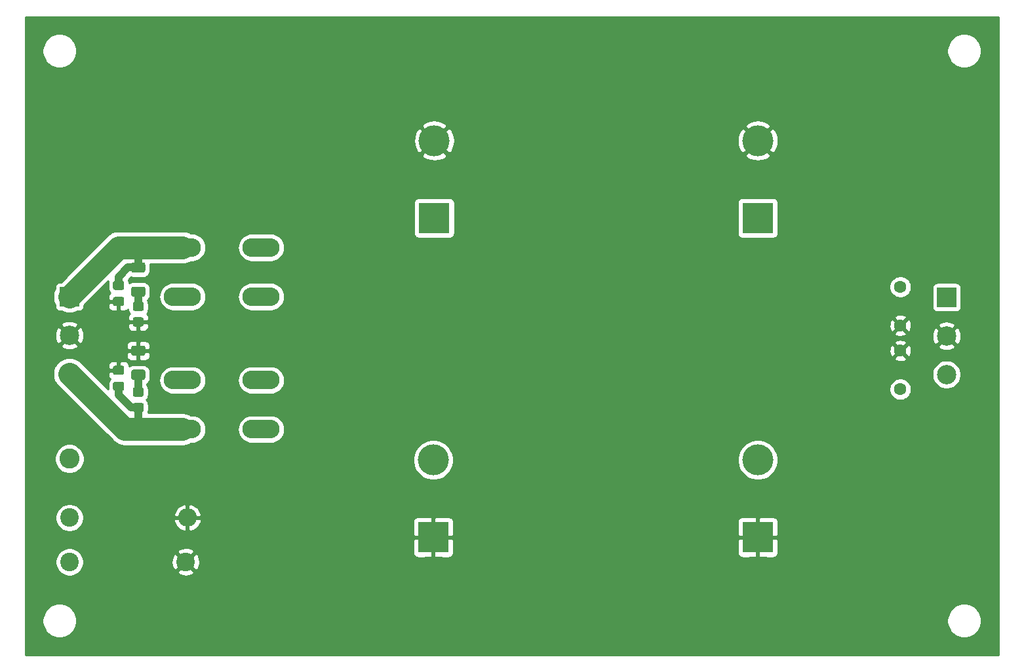
<source format=gbr>
G04 #@! TF.GenerationSoftware,KiCad,Pcbnew,(5.1.12-1-10_14)*
G04 #@! TF.CreationDate,2021-12-13T19:52:56+01:00*
G04 #@! TF.ProjectId,psu-mosfet-160w,7073752d-6d6f-4736-9665-742d31363077,rev?*
G04 #@! TF.SameCoordinates,Original*
G04 #@! TF.FileFunction,Copper,L1,Top*
G04 #@! TF.FilePolarity,Positive*
%FSLAX46Y46*%
G04 Gerber Fmt 4.6, Leading zero omitted, Abs format (unit mm)*
G04 Created by KiCad (PCBNEW (5.1.12-1-10_14)) date 2021-12-13 19:52:56*
%MOMM*%
%LPD*%
G01*
G04 APERTURE LIST*
G04 #@! TA.AperFunction,ComponentPad*
%ADD10O,4.800600X2.400300*%
G04 #@! TD*
G04 #@! TA.AperFunction,ComponentPad*
%ADD11C,1.600000*%
G04 #@! TD*
G04 #@! TA.AperFunction,ComponentPad*
%ADD12O,2.400000X2.400000*%
G04 #@! TD*
G04 #@! TA.AperFunction,ComponentPad*
%ADD13C,2.400000*%
G04 #@! TD*
G04 #@! TA.AperFunction,ComponentPad*
%ADD14C,2.500000*%
G04 #@! TD*
G04 #@! TA.AperFunction,ComponentPad*
%ADD15R,2.500000X2.500000*%
G04 #@! TD*
G04 #@! TA.AperFunction,ComponentPad*
%ADD16C,2.600000*%
G04 #@! TD*
G04 #@! TA.AperFunction,ComponentPad*
%ADD17C,4.000000*%
G04 #@! TD*
G04 #@! TA.AperFunction,ComponentPad*
%ADD18R,4.000000X4.000000*%
G04 #@! TD*
G04 #@! TA.AperFunction,Conductor*
%ADD19C,3.000000*%
G04 #@! TD*
G04 #@! TA.AperFunction,Conductor*
%ADD20C,1.000000*%
G04 #@! TD*
G04 #@! TA.AperFunction,Conductor*
%ADD21C,0.254000*%
G04 #@! TD*
G04 #@! TA.AperFunction,Conductor*
%ADD22C,0.100000*%
G04 #@! TD*
G04 APERTURE END LIST*
G04 #@! TA.AperFunction,SMDPad,CuDef*
G36*
G01*
X-9340001Y-51835000D02*
X-8439999Y-51835000D01*
G75*
G02*
X-8190000Y-52084999I0J-249999D01*
G01*
X-8190000Y-52785001D01*
G75*
G02*
X-8439999Y-53035000I-249999J0D01*
G01*
X-9340001Y-53035000D01*
G75*
G02*
X-9590000Y-52785001I0J249999D01*
G01*
X-9590000Y-52084999D01*
G75*
G02*
X-9340001Y-51835000I249999J0D01*
G01*
G37*
G04 #@! TD.AperFunction*
G04 #@! TA.AperFunction,SMDPad,CuDef*
G36*
G01*
X-9340001Y-49835000D02*
X-8439999Y-49835000D01*
G75*
G02*
X-8190000Y-50084999I0J-249999D01*
G01*
X-8190000Y-50785001D01*
G75*
G02*
X-8439999Y-51035000I-249999J0D01*
G01*
X-9340001Y-51035000D01*
G75*
G02*
X-9590000Y-50785001I0J249999D01*
G01*
X-9590000Y-50084999D01*
G75*
G02*
X-9340001Y-49835000I249999J0D01*
G01*
G37*
G04 #@! TD.AperFunction*
G04 #@! TA.AperFunction,SMDPad,CuDef*
G36*
G01*
X-9340001Y-40770000D02*
X-8439999Y-40770000D01*
G75*
G02*
X-8190000Y-41019999I0J-249999D01*
G01*
X-8190000Y-41720001D01*
G75*
G02*
X-8439999Y-41970000I-249999J0D01*
G01*
X-9340001Y-41970000D01*
G75*
G02*
X-9590000Y-41720001I0J249999D01*
G01*
X-9590000Y-41019999D01*
G75*
G02*
X-9340001Y-40770000I249999J0D01*
G01*
G37*
G04 #@! TD.AperFunction*
G04 #@! TA.AperFunction,SMDPad,CuDef*
G36*
G01*
X-9340001Y-38770000D02*
X-8439999Y-38770000D01*
G75*
G02*
X-8190000Y-39019999I0J-249999D01*
G01*
X-8190000Y-39720001D01*
G75*
G02*
X-8439999Y-39970000I-249999J0D01*
G01*
X-9340001Y-39970000D01*
G75*
G02*
X-9590000Y-39720001I0J249999D01*
G01*
X-9590000Y-39019999D01*
G75*
G02*
X-9340001Y-38770000I249999J0D01*
G01*
G37*
G04 #@! TD.AperFunction*
G04 #@! TA.AperFunction,SMDPad,CuDef*
G36*
G01*
X-9540001Y-47547500D02*
X-8239999Y-47547500D01*
G75*
G02*
X-7990000Y-47797499I0J-249999D01*
G01*
X-7990000Y-48622501D01*
G75*
G02*
X-8239999Y-48872500I-249999J0D01*
G01*
X-9540001Y-48872500D01*
G75*
G02*
X-9790000Y-48622501I0J249999D01*
G01*
X-9790000Y-47797499D01*
G75*
G02*
X-9540001Y-47547500I249999J0D01*
G01*
G37*
G04 #@! TD.AperFunction*
G04 #@! TA.AperFunction,SMDPad,CuDef*
G36*
G01*
X-9540001Y-44422500D02*
X-8239999Y-44422500D01*
G75*
G02*
X-7990000Y-44672499I0J-249999D01*
G01*
X-7990000Y-45497501D01*
G75*
G02*
X-8239999Y-45747500I-249999J0D01*
G01*
X-9540001Y-45747500D01*
G75*
G02*
X-9790000Y-45497501I0J249999D01*
G01*
X-9790000Y-44672499D01*
G75*
G02*
X-9540001Y-44422500I249999J0D01*
G01*
G37*
G04 #@! TD.AperFunction*
G04 #@! TA.AperFunction,SMDPad,CuDef*
G36*
G01*
X-9540001Y-36802500D02*
X-8239999Y-36802500D01*
G75*
G02*
X-7990000Y-37052499I0J-249999D01*
G01*
X-7990000Y-37877501D01*
G75*
G02*
X-8239999Y-38127500I-249999J0D01*
G01*
X-9540001Y-38127500D01*
G75*
G02*
X-9790000Y-37877501I0J249999D01*
G01*
X-9790000Y-37052499D01*
G75*
G02*
X-9540001Y-36802500I249999J0D01*
G01*
G37*
G04 #@! TD.AperFunction*
G04 #@! TA.AperFunction,SMDPad,CuDef*
G36*
G01*
X-9540001Y-33677500D02*
X-8239999Y-33677500D01*
G75*
G02*
X-7990000Y-33927499I0J-249999D01*
G01*
X-7990000Y-34752501D01*
G75*
G02*
X-8239999Y-35002500I-249999J0D01*
G01*
X-9540001Y-35002500D01*
G75*
G02*
X-9790000Y-34752501I0J249999D01*
G01*
X-9790000Y-33927499D01*
G75*
G02*
X-9540001Y-33677500I249999J0D01*
G01*
G37*
G04 #@! TD.AperFunction*
G04 #@! TA.AperFunction,SMDPad,CuDef*
G36*
G01*
X-11905000Y-49112500D02*
X-10955000Y-49112500D01*
G75*
G02*
X-10705000Y-49362500I0J-250000D01*
G01*
X-10705000Y-50037500D01*
G75*
G02*
X-10955000Y-50287500I-250000J0D01*
G01*
X-11905000Y-50287500D01*
G75*
G02*
X-12155000Y-50037500I0J250000D01*
G01*
X-12155000Y-49362500D01*
G75*
G02*
X-11905000Y-49112500I250000J0D01*
G01*
G37*
G04 #@! TD.AperFunction*
G04 #@! TA.AperFunction,SMDPad,CuDef*
G36*
G01*
X-11905000Y-47037500D02*
X-10955000Y-47037500D01*
G75*
G02*
X-10705000Y-47287500I0J-250000D01*
G01*
X-10705000Y-47962500D01*
G75*
G02*
X-10955000Y-48212500I-250000J0D01*
G01*
X-11905000Y-48212500D01*
G75*
G02*
X-12155000Y-47962500I0J250000D01*
G01*
X-12155000Y-47287500D01*
G75*
G02*
X-11905000Y-47037500I250000J0D01*
G01*
G37*
G04 #@! TD.AperFunction*
G04 #@! TA.AperFunction,SMDPad,CuDef*
G36*
G01*
X-11905000Y-38147500D02*
X-10955000Y-38147500D01*
G75*
G02*
X-10705000Y-38397500I0J-250000D01*
G01*
X-10705000Y-39072500D01*
G75*
G02*
X-10955000Y-39322500I-250000J0D01*
G01*
X-11905000Y-39322500D01*
G75*
G02*
X-12155000Y-39072500I0J250000D01*
G01*
X-12155000Y-38397500D01*
G75*
G02*
X-11905000Y-38147500I250000J0D01*
G01*
G37*
G04 #@! TD.AperFunction*
G04 #@! TA.AperFunction,SMDPad,CuDef*
G36*
G01*
X-11905000Y-36072500D02*
X-10955000Y-36072500D01*
G75*
G02*
X-10705000Y-36322500I0J-250000D01*
G01*
X-10705000Y-36997500D01*
G75*
G02*
X-10955000Y-37247500I-250000J0D01*
G01*
X-11905000Y-37247500D01*
G75*
G02*
X-12155000Y-36997500I0J250000D01*
G01*
X-12155000Y-36322500D01*
G75*
G02*
X-11905000Y-36072500I250000J0D01*
G01*
G37*
G04 #@! TD.AperFunction*
D10*
X6985000Y-38100000D03*
X-3175000Y-38100000D03*
X6985000Y-31750000D03*
X-3175000Y-31750000D03*
X-3175000Y-55245000D03*
X6985000Y-55245000D03*
X-3175000Y-48895000D03*
X6985000Y-48895000D03*
D11*
X89535000Y-50085000D03*
X89535000Y-45085000D03*
X89535000Y-41830000D03*
X89535000Y-36830000D03*
D12*
X-2540000Y-66675000D03*
D13*
X-17780000Y-66675000D03*
D14*
X95504000Y-48180000D03*
X95504000Y-43180000D03*
D15*
X95504000Y-38180000D03*
D16*
X-17780000Y-59055000D03*
D14*
X-17780000Y-48100000D03*
X-17780000Y-43100000D03*
D15*
X-17780000Y-38100000D03*
D17*
X71120000Y-59215000D03*
D18*
X71120000Y-69215000D03*
D17*
X71120000Y-17940000D03*
D18*
X71120000Y-27940000D03*
D17*
X29210000Y-59215000D03*
D18*
X29210000Y-69215000D03*
D17*
X29337000Y-17940000D03*
D18*
X29337000Y-27940000D03*
D13*
X-2780000Y-72390000D03*
X-17780000Y-72390000D03*
D19*
X-11430000Y-31750000D02*
X-17780000Y-38100000D01*
D20*
X-8890000Y-34340000D02*
X-8890000Y-31750000D01*
D19*
X-8890000Y-31750000D02*
X-11430000Y-31750000D01*
X-3175000Y-31750000D02*
X-8890000Y-31750000D01*
D20*
X-8890000Y-34340000D02*
X-10210000Y-34340000D01*
X-11430000Y-35560000D02*
X-11430000Y-36660000D01*
X-10210000Y-34340000D02*
X-11430000Y-35560000D01*
D19*
X-10635000Y-55245000D02*
X-17780000Y-48100000D01*
D20*
X-8890000Y-52435000D02*
X-9795000Y-52435000D01*
X-11430000Y-50800000D02*
X-11430000Y-49700000D01*
X-9795000Y-52435000D02*
X-11430000Y-50800000D01*
X-8890000Y-54610000D02*
X-8255000Y-55245000D01*
X-8890000Y-52435000D02*
X-8890000Y-54610000D01*
D19*
X-8255000Y-55245000D02*
X-10635000Y-55245000D01*
X-3175000Y-55245000D02*
X-8255000Y-55245000D01*
D20*
X-8890000Y-39370000D02*
X-8890000Y-37465000D01*
X-8890000Y-50435000D02*
X-8890000Y-48210000D01*
D21*
X102210000Y-84430000D02*
X-23470000Y-84430000D01*
X-23470000Y-79789872D01*
X-21285000Y-79789872D01*
X-21285000Y-80230128D01*
X-21199110Y-80661925D01*
X-21030631Y-81068669D01*
X-20786038Y-81434729D01*
X-20474729Y-81746038D01*
X-20108669Y-81990631D01*
X-19701925Y-82159110D01*
X-19270128Y-82245000D01*
X-18829872Y-82245000D01*
X-18398075Y-82159110D01*
X-17991331Y-81990631D01*
X-17625271Y-81746038D01*
X-17313962Y-81434729D01*
X-17069369Y-81068669D01*
X-16900890Y-80661925D01*
X-16815000Y-80230128D01*
X-16815000Y-79789872D01*
X95555000Y-79789872D01*
X95555000Y-80230128D01*
X95640890Y-80661925D01*
X95809369Y-81068669D01*
X96053962Y-81434729D01*
X96365271Y-81746038D01*
X96731331Y-81990631D01*
X97138075Y-82159110D01*
X97569872Y-82245000D01*
X98010128Y-82245000D01*
X98441925Y-82159110D01*
X98848669Y-81990631D01*
X99214729Y-81746038D01*
X99526038Y-81434729D01*
X99770631Y-81068669D01*
X99939110Y-80661925D01*
X100025000Y-80230128D01*
X100025000Y-79789872D01*
X99939110Y-79358075D01*
X99770631Y-78951331D01*
X99526038Y-78585271D01*
X99214729Y-78273962D01*
X98848669Y-78029369D01*
X98441925Y-77860890D01*
X98010128Y-77775000D01*
X97569872Y-77775000D01*
X97138075Y-77860890D01*
X96731331Y-78029369D01*
X96365271Y-78273962D01*
X96053962Y-78585271D01*
X95809369Y-78951331D01*
X95640890Y-79358075D01*
X95555000Y-79789872D01*
X-16815000Y-79789872D01*
X-16900890Y-79358075D01*
X-17069369Y-78951331D01*
X-17313962Y-78585271D01*
X-17625271Y-78273962D01*
X-17991331Y-78029369D01*
X-18398075Y-77860890D01*
X-18829872Y-77775000D01*
X-19270128Y-77775000D01*
X-19701925Y-77860890D01*
X-20108669Y-78029369D01*
X-20474729Y-78273962D01*
X-20786038Y-78585271D01*
X-21030631Y-78951331D01*
X-21199110Y-79358075D01*
X-21285000Y-79789872D01*
X-23470000Y-79789872D01*
X-23470000Y-72209268D01*
X-19615000Y-72209268D01*
X-19615000Y-72570732D01*
X-19544482Y-72925250D01*
X-19406156Y-73259199D01*
X-19205338Y-73559744D01*
X-18949744Y-73815338D01*
X-18649199Y-74016156D01*
X-18315250Y-74154482D01*
X-17960732Y-74225000D01*
X-17599268Y-74225000D01*
X-17244750Y-74154482D01*
X-16910801Y-74016156D01*
X-16610256Y-73815338D01*
X-16462898Y-73667980D01*
X-3878374Y-73667980D01*
X-3758486Y-73952836D01*
X-3434790Y-74113699D01*
X-3085931Y-74208322D01*
X-2725316Y-74233067D01*
X-2366802Y-74186985D01*
X-2024167Y-74071846D01*
X-1801514Y-73952836D01*
X-1681626Y-73667980D01*
X-2780000Y-72569605D01*
X-3878374Y-73667980D01*
X-16462898Y-73667980D01*
X-16354662Y-73559744D01*
X-16153844Y-73259199D01*
X-16015518Y-72925250D01*
X-15945000Y-72570732D01*
X-15945000Y-72444684D01*
X-4623067Y-72444684D01*
X-4576985Y-72803198D01*
X-4461846Y-73145833D01*
X-4342836Y-73368486D01*
X-4057980Y-73488374D01*
X-2959605Y-72390000D01*
X-2600395Y-72390000D01*
X-1502020Y-73488374D01*
X-1217164Y-73368486D01*
X-1056301Y-73044790D01*
X-961678Y-72695931D01*
X-936933Y-72335316D01*
X-983015Y-71976802D01*
X-1098154Y-71634167D01*
X-1217164Y-71411514D01*
X-1502020Y-71291626D01*
X-2600395Y-72390000D01*
X-2959605Y-72390000D01*
X-4057980Y-71291626D01*
X-4342836Y-71411514D01*
X-4503699Y-71735210D01*
X-4598322Y-72084069D01*
X-4623067Y-72444684D01*
X-15945000Y-72444684D01*
X-15945000Y-72209268D01*
X-16015518Y-71854750D01*
X-16153844Y-71520801D01*
X-16354662Y-71220256D01*
X-16462898Y-71112020D01*
X-3878374Y-71112020D01*
X-2780000Y-72210395D01*
X-1784606Y-71215000D01*
X26571928Y-71215000D01*
X26584188Y-71339482D01*
X26620498Y-71459180D01*
X26679463Y-71569494D01*
X26758815Y-71666185D01*
X26855506Y-71745537D01*
X26965820Y-71804502D01*
X27085518Y-71840812D01*
X27210000Y-71853072D01*
X28924250Y-71850000D01*
X29083000Y-71691250D01*
X29083000Y-69342000D01*
X29337000Y-69342000D01*
X29337000Y-71691250D01*
X29495750Y-71850000D01*
X31210000Y-71853072D01*
X31334482Y-71840812D01*
X31454180Y-71804502D01*
X31564494Y-71745537D01*
X31661185Y-71666185D01*
X31740537Y-71569494D01*
X31799502Y-71459180D01*
X31835812Y-71339482D01*
X31848072Y-71215000D01*
X68481928Y-71215000D01*
X68494188Y-71339482D01*
X68530498Y-71459180D01*
X68589463Y-71569494D01*
X68668815Y-71666185D01*
X68765506Y-71745537D01*
X68875820Y-71804502D01*
X68995518Y-71840812D01*
X69120000Y-71853072D01*
X70834250Y-71850000D01*
X70993000Y-71691250D01*
X70993000Y-69342000D01*
X71247000Y-69342000D01*
X71247000Y-71691250D01*
X71405750Y-71850000D01*
X73120000Y-71853072D01*
X73244482Y-71840812D01*
X73364180Y-71804502D01*
X73474494Y-71745537D01*
X73571185Y-71666185D01*
X73650537Y-71569494D01*
X73709502Y-71459180D01*
X73745812Y-71339482D01*
X73758072Y-71215000D01*
X73755000Y-69500750D01*
X73596250Y-69342000D01*
X71247000Y-69342000D01*
X70993000Y-69342000D01*
X68643750Y-69342000D01*
X68485000Y-69500750D01*
X68481928Y-71215000D01*
X31848072Y-71215000D01*
X31845000Y-69500750D01*
X31686250Y-69342000D01*
X29337000Y-69342000D01*
X29083000Y-69342000D01*
X26733750Y-69342000D01*
X26575000Y-69500750D01*
X26571928Y-71215000D01*
X-1784606Y-71215000D01*
X-1681626Y-71112020D01*
X-1801514Y-70827164D01*
X-2125210Y-70666301D01*
X-2474069Y-70571678D01*
X-2834684Y-70546933D01*
X-3193198Y-70593015D01*
X-3535833Y-70708154D01*
X-3758486Y-70827164D01*
X-3878374Y-71112020D01*
X-16462898Y-71112020D01*
X-16610256Y-70964662D01*
X-16910801Y-70763844D01*
X-17244750Y-70625518D01*
X-17599268Y-70555000D01*
X-17960732Y-70555000D01*
X-18315250Y-70625518D01*
X-18649199Y-70763844D01*
X-18949744Y-70964662D01*
X-19205338Y-71220256D01*
X-19406156Y-71520801D01*
X-19544482Y-71854750D01*
X-19615000Y-72209268D01*
X-23470000Y-72209268D01*
X-23470000Y-66494268D01*
X-19615000Y-66494268D01*
X-19615000Y-66855732D01*
X-19544482Y-67210250D01*
X-19406156Y-67544199D01*
X-19205338Y-67844744D01*
X-18949744Y-68100338D01*
X-18649199Y-68301156D01*
X-18315250Y-68439482D01*
X-17960732Y-68510000D01*
X-17599268Y-68510000D01*
X-17244750Y-68439482D01*
X-16910801Y-68301156D01*
X-16610256Y-68100338D01*
X-16354662Y-67844744D01*
X-16153844Y-67544199D01*
X-16015518Y-67210250D01*
X-15990964Y-67086805D01*
X-4328195Y-67086805D01*
X-4255621Y-67326066D01*
X-4095639Y-67648257D01*
X-3875875Y-67933046D01*
X-3604774Y-68169489D01*
X-3292754Y-68348500D01*
X-2951806Y-68463199D01*
X-2667000Y-68346854D01*
X-2667000Y-66802000D01*
X-2413000Y-66802000D01*
X-2413000Y-68346854D01*
X-2128194Y-68463199D01*
X-1787246Y-68348500D01*
X-1475226Y-68169489D01*
X-1204125Y-67933046D01*
X-984361Y-67648257D01*
X-824379Y-67326066D01*
X-790690Y-67215000D01*
X26571928Y-67215000D01*
X26575000Y-68929250D01*
X26733750Y-69088000D01*
X29083000Y-69088000D01*
X29083000Y-66738750D01*
X29337000Y-66738750D01*
X29337000Y-69088000D01*
X31686250Y-69088000D01*
X31845000Y-68929250D01*
X31848072Y-67215000D01*
X68481928Y-67215000D01*
X68485000Y-68929250D01*
X68643750Y-69088000D01*
X70993000Y-69088000D01*
X70993000Y-66738750D01*
X71247000Y-66738750D01*
X71247000Y-69088000D01*
X73596250Y-69088000D01*
X73755000Y-68929250D01*
X73758072Y-67215000D01*
X73745812Y-67090518D01*
X73709502Y-66970820D01*
X73650537Y-66860506D01*
X73571185Y-66763815D01*
X73474494Y-66684463D01*
X73364180Y-66625498D01*
X73244482Y-66589188D01*
X73120000Y-66576928D01*
X71405750Y-66580000D01*
X71247000Y-66738750D01*
X70993000Y-66738750D01*
X70834250Y-66580000D01*
X69120000Y-66576928D01*
X68995518Y-66589188D01*
X68875820Y-66625498D01*
X68765506Y-66684463D01*
X68668815Y-66763815D01*
X68589463Y-66860506D01*
X68530498Y-66970820D01*
X68494188Y-67090518D01*
X68481928Y-67215000D01*
X31848072Y-67215000D01*
X31835812Y-67090518D01*
X31799502Y-66970820D01*
X31740537Y-66860506D01*
X31661185Y-66763815D01*
X31564494Y-66684463D01*
X31454180Y-66625498D01*
X31334482Y-66589188D01*
X31210000Y-66576928D01*
X29495750Y-66580000D01*
X29337000Y-66738750D01*
X29083000Y-66738750D01*
X28924250Y-66580000D01*
X27210000Y-66576928D01*
X27085518Y-66589188D01*
X26965820Y-66625498D01*
X26855506Y-66684463D01*
X26758815Y-66763815D01*
X26679463Y-66860506D01*
X26620498Y-66970820D01*
X26584188Y-67090518D01*
X26571928Y-67215000D01*
X-790690Y-67215000D01*
X-751805Y-67086805D01*
X-868568Y-66802000D01*
X-2413000Y-66802000D01*
X-2667000Y-66802000D01*
X-4211432Y-66802000D01*
X-4328195Y-67086805D01*
X-15990964Y-67086805D01*
X-15945000Y-66855732D01*
X-15945000Y-66494268D01*
X-15990963Y-66263195D01*
X-4328195Y-66263195D01*
X-4211432Y-66548000D01*
X-2667000Y-66548000D01*
X-2667000Y-65003146D01*
X-2413000Y-65003146D01*
X-2413000Y-66548000D01*
X-868568Y-66548000D01*
X-751805Y-66263195D01*
X-824379Y-66023934D01*
X-984361Y-65701743D01*
X-1204125Y-65416954D01*
X-1475226Y-65180511D01*
X-1787246Y-65001500D01*
X-2128194Y-64886801D01*
X-2413000Y-65003146D01*
X-2667000Y-65003146D01*
X-2951806Y-64886801D01*
X-3292754Y-65001500D01*
X-3604774Y-65180511D01*
X-3875875Y-65416954D01*
X-4095639Y-65701743D01*
X-4255621Y-66023934D01*
X-4328195Y-66263195D01*
X-15990963Y-66263195D01*
X-16015518Y-66139750D01*
X-16153844Y-65805801D01*
X-16354662Y-65505256D01*
X-16610256Y-65249662D01*
X-16910801Y-65048844D01*
X-17244750Y-64910518D01*
X-17599268Y-64840000D01*
X-17960732Y-64840000D01*
X-18315250Y-64910518D01*
X-18649199Y-65048844D01*
X-18949744Y-65249662D01*
X-19205338Y-65505256D01*
X-19406156Y-65805801D01*
X-19544482Y-66139750D01*
X-19615000Y-66494268D01*
X-23470000Y-66494268D01*
X-23470000Y-58864419D01*
X-19715000Y-58864419D01*
X-19715000Y-59245581D01*
X-19640639Y-59619419D01*
X-19494775Y-59971566D01*
X-19283013Y-60288491D01*
X-19013491Y-60558013D01*
X-18696566Y-60769775D01*
X-18344419Y-60915639D01*
X-17970581Y-60990000D01*
X-17589419Y-60990000D01*
X-17215581Y-60915639D01*
X-16863434Y-60769775D01*
X-16546509Y-60558013D01*
X-16276987Y-60288491D01*
X-16065225Y-59971566D01*
X-15919361Y-59619419D01*
X-15845000Y-59245581D01*
X-15845000Y-58955475D01*
X26575000Y-58955475D01*
X26575000Y-59474525D01*
X26676261Y-59983601D01*
X26874893Y-60463141D01*
X27163262Y-60894715D01*
X27530285Y-61261738D01*
X27961859Y-61550107D01*
X28441399Y-61748739D01*
X28950475Y-61850000D01*
X29469525Y-61850000D01*
X29978601Y-61748739D01*
X30458141Y-61550107D01*
X30889715Y-61261738D01*
X31256738Y-60894715D01*
X31545107Y-60463141D01*
X31743739Y-59983601D01*
X31845000Y-59474525D01*
X31845000Y-58955475D01*
X68485000Y-58955475D01*
X68485000Y-59474525D01*
X68586261Y-59983601D01*
X68784893Y-60463141D01*
X69073262Y-60894715D01*
X69440285Y-61261738D01*
X69871859Y-61550107D01*
X70351399Y-61748739D01*
X70860475Y-61850000D01*
X71379525Y-61850000D01*
X71888601Y-61748739D01*
X72368141Y-61550107D01*
X72799715Y-61261738D01*
X73166738Y-60894715D01*
X73455107Y-60463141D01*
X73653739Y-59983601D01*
X73755000Y-59474525D01*
X73755000Y-58955475D01*
X73653739Y-58446399D01*
X73455107Y-57966859D01*
X73166738Y-57535285D01*
X72799715Y-57168262D01*
X72368141Y-56879893D01*
X71888601Y-56681261D01*
X71379525Y-56580000D01*
X70860475Y-56580000D01*
X70351399Y-56681261D01*
X69871859Y-56879893D01*
X69440285Y-57168262D01*
X69073262Y-57535285D01*
X68784893Y-57966859D01*
X68586261Y-58446399D01*
X68485000Y-58955475D01*
X31845000Y-58955475D01*
X31743739Y-58446399D01*
X31545107Y-57966859D01*
X31256738Y-57535285D01*
X30889715Y-57168262D01*
X30458141Y-56879893D01*
X29978601Y-56681261D01*
X29469525Y-56580000D01*
X28950475Y-56580000D01*
X28441399Y-56681261D01*
X27961859Y-56879893D01*
X27530285Y-57168262D01*
X27163262Y-57535285D01*
X26874893Y-57966859D01*
X26676261Y-58446399D01*
X26575000Y-58955475D01*
X-15845000Y-58955475D01*
X-15845000Y-58864419D01*
X-15919361Y-58490581D01*
X-16065225Y-58138434D01*
X-16276987Y-57821509D01*
X-16546509Y-57551987D01*
X-16863434Y-57340225D01*
X-17215581Y-57194361D01*
X-17589419Y-57120000D01*
X-17970581Y-57120000D01*
X-18344419Y-57194361D01*
X-18696566Y-57340225D01*
X-19013491Y-57551987D01*
X-19283013Y-57821509D01*
X-19494775Y-58138434D01*
X-19640639Y-58490581D01*
X-19715000Y-58864419D01*
X-23470000Y-58864419D01*
X-23470000Y-48100000D01*
X-19925329Y-48100000D01*
X-19884107Y-48518533D01*
X-19762025Y-48920982D01*
X-19563776Y-49291881D01*
X-19363835Y-49535510D01*
X-12218833Y-56680513D01*
X-12151977Y-56761977D01*
X-12070513Y-56828833D01*
X-12070511Y-56828835D01*
X-11924502Y-56948661D01*
X-11826881Y-57028777D01*
X-11656214Y-57120000D01*
X-11455983Y-57227026D01*
X-11053534Y-57349108D01*
X-11015999Y-57352805D01*
X-10739882Y-57380000D01*
X-10739875Y-57380000D01*
X-10635000Y-57390329D01*
X-10530126Y-57380000D01*
X-3070118Y-57380000D01*
X-2756467Y-57349108D01*
X-2354018Y-57227026D01*
X-2079231Y-57080150D01*
X-1884701Y-57080150D01*
X-1615098Y-57053596D01*
X-1269171Y-56948661D01*
X-950362Y-56778254D01*
X-670925Y-56548925D01*
X-441596Y-56269488D01*
X-271189Y-55950679D01*
X-166254Y-55604752D01*
X-130821Y-55245000D01*
X3940821Y-55245000D01*
X3976254Y-55604752D01*
X4081189Y-55950679D01*
X4251596Y-56269488D01*
X4480925Y-56548925D01*
X4760362Y-56778254D01*
X5079171Y-56948661D01*
X5425098Y-57053596D01*
X5694701Y-57080150D01*
X8275299Y-57080150D01*
X8544902Y-57053596D01*
X8890829Y-56948661D01*
X9209638Y-56778254D01*
X9489075Y-56548925D01*
X9718404Y-56269488D01*
X9888811Y-55950679D01*
X9993746Y-55604752D01*
X10029179Y-55245000D01*
X9993746Y-54885248D01*
X9888811Y-54539321D01*
X9718404Y-54220512D01*
X9489075Y-53941075D01*
X9209638Y-53711746D01*
X8890829Y-53541339D01*
X8544902Y-53436404D01*
X8275299Y-53409850D01*
X5694701Y-53409850D01*
X5425098Y-53436404D01*
X5079171Y-53541339D01*
X4760362Y-53711746D01*
X4480925Y-53941075D01*
X4251596Y-54220512D01*
X4081189Y-54539321D01*
X3976254Y-54885248D01*
X3940821Y-55245000D01*
X-130821Y-55245000D01*
X-166254Y-54885248D01*
X-271189Y-54539321D01*
X-441596Y-54220512D01*
X-670925Y-53941075D01*
X-950362Y-53711746D01*
X-1269171Y-53541339D01*
X-1615098Y-53436404D01*
X-1884701Y-53409850D01*
X-2079231Y-53409850D01*
X-2354018Y-53262974D01*
X-2756467Y-53140892D01*
X-3070118Y-53110000D01*
X-7615023Y-53110000D01*
X-7568992Y-52958255D01*
X-7551928Y-52785001D01*
X-7551928Y-52084999D01*
X-7568992Y-51911745D01*
X-7619528Y-51745149D01*
X-7701595Y-51591613D01*
X-7812038Y-51457038D01*
X-7838891Y-51435000D01*
X-7812038Y-51412962D01*
X-7701595Y-51278387D01*
X-7619528Y-51124851D01*
X-7568992Y-50958255D01*
X-7551928Y-50785001D01*
X-7551928Y-50084999D01*
X-7568992Y-49911745D01*
X-7619528Y-49745149D01*
X-7701595Y-49591613D01*
X-7755000Y-49526539D01*
X-7755000Y-49365388D01*
X-7746613Y-49360905D01*
X-7612038Y-49250462D01*
X-7501595Y-49115887D01*
X-7419528Y-48962351D01*
X-7399098Y-48895000D01*
X-6219179Y-48895000D01*
X-6183746Y-49254752D01*
X-6078811Y-49600679D01*
X-5908404Y-49919488D01*
X-5679075Y-50198925D01*
X-5399638Y-50428254D01*
X-5080829Y-50598661D01*
X-4734902Y-50703596D01*
X-4465299Y-50730150D01*
X-1884701Y-50730150D01*
X-1615098Y-50703596D01*
X-1269171Y-50598661D01*
X-950362Y-50428254D01*
X-670925Y-50198925D01*
X-441596Y-49919488D01*
X-271189Y-49600679D01*
X-166254Y-49254752D01*
X-130821Y-48895000D01*
X3940821Y-48895000D01*
X3976254Y-49254752D01*
X4081189Y-49600679D01*
X4251596Y-49919488D01*
X4480925Y-50198925D01*
X4760362Y-50428254D01*
X5079171Y-50598661D01*
X5425098Y-50703596D01*
X5694701Y-50730150D01*
X8275299Y-50730150D01*
X8544902Y-50703596D01*
X8890829Y-50598661D01*
X9209638Y-50428254D01*
X9489075Y-50198925D01*
X9698562Y-49943665D01*
X88100000Y-49943665D01*
X88100000Y-50226335D01*
X88155147Y-50503574D01*
X88263320Y-50764727D01*
X88420363Y-50999759D01*
X88620241Y-51199637D01*
X88855273Y-51356680D01*
X89116426Y-51464853D01*
X89393665Y-51520000D01*
X89676335Y-51520000D01*
X89953574Y-51464853D01*
X90214727Y-51356680D01*
X90449759Y-51199637D01*
X90649637Y-50999759D01*
X90806680Y-50764727D01*
X90914853Y-50503574D01*
X90970000Y-50226335D01*
X90970000Y-49943665D01*
X90914853Y-49666426D01*
X90806680Y-49405273D01*
X90649637Y-49170241D01*
X90449759Y-48970363D01*
X90214727Y-48813320D01*
X89953574Y-48705147D01*
X89676335Y-48650000D01*
X89393665Y-48650000D01*
X89116426Y-48705147D01*
X88855273Y-48813320D01*
X88620241Y-48970363D01*
X88420363Y-49170241D01*
X88263320Y-49405273D01*
X88155147Y-49666426D01*
X88100000Y-49943665D01*
X9698562Y-49943665D01*
X9718404Y-49919488D01*
X9888811Y-49600679D01*
X9993746Y-49254752D01*
X10029179Y-48895000D01*
X9993746Y-48535248D01*
X9888811Y-48189321D01*
X9784594Y-47994344D01*
X93619000Y-47994344D01*
X93619000Y-48365656D01*
X93691439Y-48729834D01*
X93833534Y-49072882D01*
X94039825Y-49381618D01*
X94302382Y-49644175D01*
X94611118Y-49850466D01*
X94954166Y-49992561D01*
X95318344Y-50065000D01*
X95689656Y-50065000D01*
X96053834Y-49992561D01*
X96396882Y-49850466D01*
X96705618Y-49644175D01*
X96968175Y-49381618D01*
X97174466Y-49072882D01*
X97316561Y-48729834D01*
X97389000Y-48365656D01*
X97389000Y-47994344D01*
X97316561Y-47630166D01*
X97174466Y-47287118D01*
X96968175Y-46978382D01*
X96705618Y-46715825D01*
X96396882Y-46509534D01*
X96053834Y-46367439D01*
X95689656Y-46295000D01*
X95318344Y-46295000D01*
X94954166Y-46367439D01*
X94611118Y-46509534D01*
X94302382Y-46715825D01*
X94039825Y-46978382D01*
X93833534Y-47287118D01*
X93691439Y-47630166D01*
X93619000Y-47994344D01*
X9784594Y-47994344D01*
X9718404Y-47870512D01*
X9489075Y-47591075D01*
X9209638Y-47361746D01*
X8890829Y-47191339D01*
X8544902Y-47086404D01*
X8275299Y-47059850D01*
X5694701Y-47059850D01*
X5425098Y-47086404D01*
X5079171Y-47191339D01*
X4760362Y-47361746D01*
X4480925Y-47591075D01*
X4251596Y-47870512D01*
X4081189Y-48189321D01*
X3976254Y-48535248D01*
X3940821Y-48895000D01*
X-130821Y-48895000D01*
X-166254Y-48535248D01*
X-271189Y-48189321D01*
X-441596Y-47870512D01*
X-670925Y-47591075D01*
X-950362Y-47361746D01*
X-1269171Y-47191339D01*
X-1615098Y-47086404D01*
X-1884701Y-47059850D01*
X-4465299Y-47059850D01*
X-4734902Y-47086404D01*
X-5080829Y-47191339D01*
X-5399638Y-47361746D01*
X-5679075Y-47591075D01*
X-5908404Y-47870512D01*
X-6078811Y-48189321D01*
X-6183746Y-48535248D01*
X-6219179Y-48895000D01*
X-7399098Y-48895000D01*
X-7368992Y-48795755D01*
X-7351928Y-48622501D01*
X-7351928Y-47797499D01*
X-7368992Y-47624245D01*
X-7419528Y-47457649D01*
X-7501595Y-47304113D01*
X-7612038Y-47169538D01*
X-7746613Y-47059095D01*
X-7900149Y-46977028D01*
X-8066745Y-46926492D01*
X-8239999Y-46909428D01*
X-9540001Y-46909428D01*
X-9713255Y-46926492D01*
X-9879851Y-46977028D01*
X-10033387Y-47059095D01*
X-10067432Y-47087035D01*
X-10066928Y-47037500D01*
X-10079188Y-46913018D01*
X-10115498Y-46793320D01*
X-10174463Y-46683006D01*
X-10253815Y-46586315D01*
X-10350506Y-46506963D01*
X-10460820Y-46447998D01*
X-10580518Y-46411688D01*
X-10705000Y-46399428D01*
X-11144250Y-46402500D01*
X-11303000Y-46561250D01*
X-11303000Y-47498000D01*
X-11283000Y-47498000D01*
X-11283000Y-47752000D01*
X-11303000Y-47752000D01*
X-11303000Y-47772000D01*
X-11557000Y-47772000D01*
X-11557000Y-47752000D01*
X-12631250Y-47752000D01*
X-12790000Y-47910750D01*
X-12793072Y-48212500D01*
X-12780812Y-48336982D01*
X-12744502Y-48456680D01*
X-12685537Y-48566994D01*
X-12606185Y-48663685D01*
X-12526406Y-48729158D01*
X-12532962Y-48734538D01*
X-12643405Y-48869114D01*
X-12725472Y-49022650D01*
X-12776008Y-49189246D01*
X-12793072Y-49362500D01*
X-12793072Y-50037500D01*
X-12789785Y-50070869D01*
X-15823154Y-47037500D01*
X-12793072Y-47037500D01*
X-12790000Y-47339250D01*
X-12631250Y-47498000D01*
X-11557000Y-47498000D01*
X-11557000Y-46561250D01*
X-11715750Y-46402500D01*
X-12155000Y-46399428D01*
X-12279482Y-46411688D01*
X-12399180Y-46447998D01*
X-12509494Y-46506963D01*
X-12606185Y-46586315D01*
X-12685537Y-46683006D01*
X-12744502Y-46793320D01*
X-12780812Y-46913018D01*
X-12793072Y-47037500D01*
X-15823154Y-47037500D01*
X-16344490Y-46516165D01*
X-16588119Y-46316224D01*
X-16959018Y-46117975D01*
X-17361467Y-45995893D01*
X-17780000Y-45954671D01*
X-18198533Y-45995893D01*
X-18600982Y-46117975D01*
X-18971881Y-46316224D01*
X-19296977Y-46583023D01*
X-19563776Y-46908119D01*
X-19762025Y-47279018D01*
X-19884107Y-47681467D01*
X-19925329Y-48100000D01*
X-23470000Y-48100000D01*
X-23470000Y-45747500D01*
X-10428072Y-45747500D01*
X-10415812Y-45871982D01*
X-10379502Y-45991680D01*
X-10320537Y-46101994D01*
X-10241185Y-46198685D01*
X-10144494Y-46278037D01*
X-10034180Y-46337002D01*
X-9914482Y-46373312D01*
X-9790000Y-46385572D01*
X-9175750Y-46382500D01*
X-9017000Y-46223750D01*
X-9017000Y-45212000D01*
X-8763000Y-45212000D01*
X-8763000Y-46223750D01*
X-8604250Y-46382500D01*
X-7990000Y-46385572D01*
X-7865518Y-46373312D01*
X-7745820Y-46337002D01*
X-7635506Y-46278037D01*
X-7538815Y-46198685D01*
X-7459463Y-46101994D01*
X-7446479Y-46077702D01*
X88721903Y-46077702D01*
X88793486Y-46321671D01*
X89048996Y-46442571D01*
X89323184Y-46511300D01*
X89605512Y-46525217D01*
X89885130Y-46483787D01*
X90151292Y-46388603D01*
X90276514Y-46321671D01*
X90348097Y-46077702D01*
X89535000Y-45264605D01*
X88721903Y-46077702D01*
X-7446479Y-46077702D01*
X-7400498Y-45991680D01*
X-7364188Y-45871982D01*
X-7351928Y-45747500D01*
X-7355000Y-45370750D01*
X-7513750Y-45212000D01*
X-8763000Y-45212000D01*
X-9017000Y-45212000D01*
X-10266250Y-45212000D01*
X-10425000Y-45370750D01*
X-10428072Y-45747500D01*
X-23470000Y-45747500D01*
X-23470000Y-45155512D01*
X88094783Y-45155512D01*
X88136213Y-45435130D01*
X88231397Y-45701292D01*
X88298329Y-45826514D01*
X88542298Y-45898097D01*
X89355395Y-45085000D01*
X89714605Y-45085000D01*
X90527702Y-45898097D01*
X90771671Y-45826514D01*
X90892571Y-45571004D01*
X90961300Y-45296816D01*
X90975217Y-45014488D01*
X90933787Y-44734870D01*
X90847507Y-44493605D01*
X94370000Y-44493605D01*
X94495914Y-44783577D01*
X94828126Y-44949433D01*
X95186312Y-45047290D01*
X95556706Y-45073389D01*
X95925075Y-45026725D01*
X96277262Y-44909094D01*
X96512086Y-44783577D01*
X96638000Y-44493605D01*
X95504000Y-43359605D01*
X94370000Y-44493605D01*
X90847507Y-44493605D01*
X90838603Y-44468708D01*
X90771671Y-44343486D01*
X90527702Y-44271903D01*
X89714605Y-45085000D01*
X89355395Y-45085000D01*
X88542298Y-44271903D01*
X88298329Y-44343486D01*
X88177429Y-44598996D01*
X88108700Y-44873184D01*
X88094783Y-45155512D01*
X-23470000Y-45155512D01*
X-23470000Y-44413605D01*
X-18914000Y-44413605D01*
X-18788086Y-44703577D01*
X-18455874Y-44869433D01*
X-18097688Y-44967290D01*
X-17727294Y-44993389D01*
X-17358925Y-44946725D01*
X-17006738Y-44829094D01*
X-16771914Y-44703577D01*
X-16649863Y-44422500D01*
X-10428072Y-44422500D01*
X-10425000Y-44799250D01*
X-10266250Y-44958000D01*
X-9017000Y-44958000D01*
X-9017000Y-43946250D01*
X-8763000Y-43946250D01*
X-8763000Y-44958000D01*
X-7513750Y-44958000D01*
X-7355000Y-44799250D01*
X-7351928Y-44422500D01*
X-7364188Y-44298018D01*
X-7400498Y-44178320D01*
X-7446478Y-44092298D01*
X88721903Y-44092298D01*
X89535000Y-44905395D01*
X90348097Y-44092298D01*
X90276514Y-43848329D01*
X90021004Y-43727429D01*
X89746816Y-43658700D01*
X89464488Y-43644783D01*
X89184870Y-43686213D01*
X88918708Y-43781397D01*
X88793486Y-43848329D01*
X88721903Y-44092298D01*
X-7446478Y-44092298D01*
X-7459463Y-44068006D01*
X-7538815Y-43971315D01*
X-7635506Y-43891963D01*
X-7745820Y-43832998D01*
X-7865518Y-43796688D01*
X-7990000Y-43784428D01*
X-8604250Y-43787500D01*
X-8763000Y-43946250D01*
X-9017000Y-43946250D01*
X-9175750Y-43787500D01*
X-9790000Y-43784428D01*
X-9914482Y-43796688D01*
X-10034180Y-43832998D01*
X-10144494Y-43891963D01*
X-10241185Y-43971315D01*
X-10320537Y-44068006D01*
X-10379502Y-44178320D01*
X-10415812Y-44298018D01*
X-10428072Y-44422500D01*
X-16649863Y-44422500D01*
X-16646000Y-44413605D01*
X-17780000Y-43279605D01*
X-18914000Y-44413605D01*
X-23470000Y-44413605D01*
X-23470000Y-43152706D01*
X-19673389Y-43152706D01*
X-19626725Y-43521075D01*
X-19509094Y-43873262D01*
X-19383577Y-44108086D01*
X-19093605Y-44234000D01*
X-17959605Y-43100000D01*
X-17600395Y-43100000D01*
X-16466395Y-44234000D01*
X-16176423Y-44108086D01*
X-16010567Y-43775874D01*
X-15912710Y-43417688D01*
X-15886611Y-43047294D01*
X-15915061Y-42822702D01*
X88721903Y-42822702D01*
X88793486Y-43066671D01*
X89048996Y-43187571D01*
X89323184Y-43256300D01*
X89605512Y-43270217D01*
X89858680Y-43232706D01*
X93610611Y-43232706D01*
X93657275Y-43601075D01*
X93774906Y-43953262D01*
X93900423Y-44188086D01*
X94190395Y-44314000D01*
X95324395Y-43180000D01*
X95683605Y-43180000D01*
X96817605Y-44314000D01*
X97107577Y-44188086D01*
X97273433Y-43855874D01*
X97371290Y-43497688D01*
X97397389Y-43127294D01*
X97350725Y-42758925D01*
X97233094Y-42406738D01*
X97107577Y-42171914D01*
X96817605Y-42046000D01*
X95683605Y-43180000D01*
X95324395Y-43180000D01*
X94190395Y-42046000D01*
X93900423Y-42171914D01*
X93734567Y-42504126D01*
X93636710Y-42862312D01*
X93610611Y-43232706D01*
X89858680Y-43232706D01*
X89885130Y-43228787D01*
X90151292Y-43133603D01*
X90276514Y-43066671D01*
X90348097Y-42822702D01*
X89535000Y-42009605D01*
X88721903Y-42822702D01*
X-15915061Y-42822702D01*
X-15933275Y-42678925D01*
X-16050906Y-42326738D01*
X-16176423Y-42091914D01*
X-16457183Y-41970000D01*
X-10228072Y-41970000D01*
X-10215812Y-42094482D01*
X-10179502Y-42214180D01*
X-10120537Y-42324494D01*
X-10041185Y-42421185D01*
X-9944494Y-42500537D01*
X-9834180Y-42559502D01*
X-9714482Y-42595812D01*
X-9590000Y-42608072D01*
X-9175750Y-42605000D01*
X-9017000Y-42446250D01*
X-9017000Y-41497000D01*
X-8763000Y-41497000D01*
X-8763000Y-42446250D01*
X-8604250Y-42605000D01*
X-8190000Y-42608072D01*
X-8065518Y-42595812D01*
X-7945820Y-42559502D01*
X-7835506Y-42500537D01*
X-7738815Y-42421185D01*
X-7659463Y-42324494D01*
X-7600498Y-42214180D01*
X-7564188Y-42094482D01*
X-7551928Y-41970000D01*
X-7552607Y-41900512D01*
X88094783Y-41900512D01*
X88136213Y-42180130D01*
X88231397Y-42446292D01*
X88298329Y-42571514D01*
X88542298Y-42643097D01*
X89355395Y-41830000D01*
X89714605Y-41830000D01*
X90527702Y-42643097D01*
X90771671Y-42571514D01*
X90892571Y-42316004D01*
X90961300Y-42041816D01*
X90969947Y-41866395D01*
X94370000Y-41866395D01*
X95504000Y-43000395D01*
X96638000Y-41866395D01*
X96512086Y-41576423D01*
X96179874Y-41410567D01*
X95821688Y-41312710D01*
X95451294Y-41286611D01*
X95082925Y-41333275D01*
X94730738Y-41450906D01*
X94495914Y-41576423D01*
X94370000Y-41866395D01*
X90969947Y-41866395D01*
X90975217Y-41759488D01*
X90933787Y-41479870D01*
X90838603Y-41213708D01*
X90771671Y-41088486D01*
X90527702Y-41016903D01*
X89714605Y-41830000D01*
X89355395Y-41830000D01*
X88542298Y-41016903D01*
X88298329Y-41088486D01*
X88177429Y-41343996D01*
X88108700Y-41618184D01*
X88094783Y-41900512D01*
X-7552607Y-41900512D01*
X-7555000Y-41655750D01*
X-7713750Y-41497000D01*
X-8763000Y-41497000D01*
X-9017000Y-41497000D01*
X-10066250Y-41497000D01*
X-10225000Y-41655750D01*
X-10228072Y-41970000D01*
X-16457183Y-41970000D01*
X-16466395Y-41966000D01*
X-17600395Y-43100000D01*
X-17959605Y-43100000D01*
X-19093605Y-41966000D01*
X-19383577Y-42091914D01*
X-19549433Y-42424126D01*
X-19647290Y-42782312D01*
X-19673389Y-43152706D01*
X-23470000Y-43152706D01*
X-23470000Y-41786395D01*
X-18914000Y-41786395D01*
X-17780000Y-42920395D01*
X-16646000Y-41786395D01*
X-16771914Y-41496423D01*
X-17104126Y-41330567D01*
X-17462312Y-41232710D01*
X-17832706Y-41206611D01*
X-18201075Y-41253275D01*
X-18553262Y-41370906D01*
X-18788086Y-41496423D01*
X-18914000Y-41786395D01*
X-23470000Y-41786395D01*
X-23470000Y-38100000D01*
X-19925329Y-38100000D01*
X-19884107Y-38518533D01*
X-19762025Y-38920982D01*
X-19668072Y-39096756D01*
X-19668072Y-39350000D01*
X-19655812Y-39474482D01*
X-19619502Y-39594180D01*
X-19560537Y-39704494D01*
X-19481185Y-39801185D01*
X-19384494Y-39880537D01*
X-19274180Y-39939502D01*
X-19154482Y-39975812D01*
X-19030000Y-39988072D01*
X-18776756Y-39988072D01*
X-18600982Y-40082025D01*
X-18198533Y-40204107D01*
X-17780000Y-40245329D01*
X-17361467Y-40204107D01*
X-16959018Y-40082025D01*
X-16783244Y-39988072D01*
X-16530000Y-39988072D01*
X-16405518Y-39975812D01*
X-16285820Y-39939502D01*
X-16175506Y-39880537D01*
X-16078815Y-39801185D01*
X-15999463Y-39704494D01*
X-15940498Y-39594180D01*
X-15904188Y-39474482D01*
X-15891928Y-39350000D01*
X-15891928Y-39322500D01*
X-12793072Y-39322500D01*
X-12780812Y-39446982D01*
X-12744502Y-39566680D01*
X-12685537Y-39676994D01*
X-12606185Y-39773685D01*
X-12509494Y-39853037D01*
X-12399180Y-39912002D01*
X-12279482Y-39948312D01*
X-12155000Y-39960572D01*
X-11715750Y-39957500D01*
X-11557000Y-39798750D01*
X-11557000Y-38862000D01*
X-12631250Y-38862000D01*
X-12790000Y-39020750D01*
X-12793072Y-39322500D01*
X-15891928Y-39322500D01*
X-15891928Y-39231273D01*
X-12761250Y-36100596D01*
X-12776008Y-36149246D01*
X-12793072Y-36322500D01*
X-12793072Y-36997500D01*
X-12776008Y-37170754D01*
X-12725472Y-37337350D01*
X-12643405Y-37490886D01*
X-12532962Y-37625462D01*
X-12526406Y-37630842D01*
X-12606185Y-37696315D01*
X-12685537Y-37793006D01*
X-12744502Y-37903320D01*
X-12780812Y-38023018D01*
X-12793072Y-38147500D01*
X-12790000Y-38449250D01*
X-12631250Y-38608000D01*
X-11557000Y-38608000D01*
X-11557000Y-38588000D01*
X-11303000Y-38588000D01*
X-11303000Y-38608000D01*
X-11283000Y-38608000D01*
X-11283000Y-38862000D01*
X-11303000Y-38862000D01*
X-11303000Y-39798750D01*
X-11144250Y-39957500D01*
X-10705000Y-39960572D01*
X-10580518Y-39948312D01*
X-10460820Y-39912002D01*
X-10350506Y-39853037D01*
X-10253815Y-39773685D01*
X-10226110Y-39739926D01*
X-10211008Y-39893255D01*
X-10160472Y-40059851D01*
X-10078405Y-40213387D01*
X-10011724Y-40294637D01*
X-10041185Y-40318815D01*
X-10120537Y-40415506D01*
X-10179502Y-40525820D01*
X-10215812Y-40645518D01*
X-10228072Y-40770000D01*
X-10225000Y-41084250D01*
X-10066250Y-41243000D01*
X-9017000Y-41243000D01*
X-9017000Y-41223000D01*
X-8763000Y-41223000D01*
X-8763000Y-41243000D01*
X-7713750Y-41243000D01*
X-7555000Y-41084250D01*
X-7552586Y-40837298D01*
X88721903Y-40837298D01*
X89535000Y-41650395D01*
X90348097Y-40837298D01*
X90276514Y-40593329D01*
X90021004Y-40472429D01*
X89746816Y-40403700D01*
X89464488Y-40389783D01*
X89184870Y-40431213D01*
X88918708Y-40526397D01*
X88793486Y-40593329D01*
X88721903Y-40837298D01*
X-7552586Y-40837298D01*
X-7551928Y-40770000D01*
X-7564188Y-40645518D01*
X-7600498Y-40525820D01*
X-7659463Y-40415506D01*
X-7738815Y-40318815D01*
X-7768276Y-40294637D01*
X-7701595Y-40213387D01*
X-7619528Y-40059851D01*
X-7568992Y-39893255D01*
X-7551928Y-39720001D01*
X-7551928Y-39019999D01*
X-7568992Y-38846745D01*
X-7619528Y-38680149D01*
X-7682146Y-38562999D01*
X-7612038Y-38505462D01*
X-7501595Y-38370887D01*
X-7419528Y-38217351D01*
X-7383931Y-38100000D01*
X-6219179Y-38100000D01*
X-6183746Y-38459752D01*
X-6078811Y-38805679D01*
X-5908404Y-39124488D01*
X-5679075Y-39403925D01*
X-5399638Y-39633254D01*
X-5080829Y-39803661D01*
X-4734902Y-39908596D01*
X-4465299Y-39935150D01*
X-1884701Y-39935150D01*
X-1615098Y-39908596D01*
X-1269171Y-39803661D01*
X-950362Y-39633254D01*
X-670925Y-39403925D01*
X-441596Y-39124488D01*
X-271189Y-38805679D01*
X-166254Y-38459752D01*
X-130821Y-38100000D01*
X3940821Y-38100000D01*
X3976254Y-38459752D01*
X4081189Y-38805679D01*
X4251596Y-39124488D01*
X4480925Y-39403925D01*
X4760362Y-39633254D01*
X5079171Y-39803661D01*
X5425098Y-39908596D01*
X5694701Y-39935150D01*
X8275299Y-39935150D01*
X8544902Y-39908596D01*
X8890829Y-39803661D01*
X9209638Y-39633254D01*
X9489075Y-39403925D01*
X9718404Y-39124488D01*
X9888811Y-38805679D01*
X9993746Y-38459752D01*
X10029179Y-38100000D01*
X9993746Y-37740248D01*
X9888811Y-37394321D01*
X9718404Y-37075512D01*
X9489075Y-36796075D01*
X9358197Y-36688665D01*
X88100000Y-36688665D01*
X88100000Y-36971335D01*
X88155147Y-37248574D01*
X88263320Y-37509727D01*
X88420363Y-37744759D01*
X88620241Y-37944637D01*
X88855273Y-38101680D01*
X89116426Y-38209853D01*
X89393665Y-38265000D01*
X89676335Y-38265000D01*
X89953574Y-38209853D01*
X90214727Y-38101680D01*
X90449759Y-37944637D01*
X90649637Y-37744759D01*
X90806680Y-37509727D01*
X90914853Y-37248574D01*
X90970000Y-36971335D01*
X90970000Y-36930000D01*
X93615928Y-36930000D01*
X93615928Y-39430000D01*
X93628188Y-39554482D01*
X93664498Y-39674180D01*
X93723463Y-39784494D01*
X93802815Y-39881185D01*
X93899506Y-39960537D01*
X94009820Y-40019502D01*
X94129518Y-40055812D01*
X94254000Y-40068072D01*
X96754000Y-40068072D01*
X96878482Y-40055812D01*
X96998180Y-40019502D01*
X97108494Y-39960537D01*
X97205185Y-39881185D01*
X97284537Y-39784494D01*
X97343502Y-39674180D01*
X97379812Y-39554482D01*
X97392072Y-39430000D01*
X97392072Y-36930000D01*
X97379812Y-36805518D01*
X97343502Y-36685820D01*
X97284537Y-36575506D01*
X97205185Y-36478815D01*
X97108494Y-36399463D01*
X96998180Y-36340498D01*
X96878482Y-36304188D01*
X96754000Y-36291928D01*
X94254000Y-36291928D01*
X94129518Y-36304188D01*
X94009820Y-36340498D01*
X93899506Y-36399463D01*
X93802815Y-36478815D01*
X93723463Y-36575506D01*
X93664498Y-36685820D01*
X93628188Y-36805518D01*
X93615928Y-36930000D01*
X90970000Y-36930000D01*
X90970000Y-36688665D01*
X90914853Y-36411426D01*
X90806680Y-36150273D01*
X90649637Y-35915241D01*
X90449759Y-35715363D01*
X90214727Y-35558320D01*
X89953574Y-35450147D01*
X89676335Y-35395000D01*
X89393665Y-35395000D01*
X89116426Y-35450147D01*
X88855273Y-35558320D01*
X88620241Y-35715363D01*
X88420363Y-35915241D01*
X88263320Y-36150273D01*
X88155147Y-36411426D01*
X88100000Y-36688665D01*
X9358197Y-36688665D01*
X9209638Y-36566746D01*
X8890829Y-36396339D01*
X8544902Y-36291404D01*
X8275299Y-36264850D01*
X5694701Y-36264850D01*
X5425098Y-36291404D01*
X5079171Y-36396339D01*
X4760362Y-36566746D01*
X4480925Y-36796075D01*
X4251596Y-37075512D01*
X4081189Y-37394321D01*
X3976254Y-37740248D01*
X3940821Y-38100000D01*
X-130821Y-38100000D01*
X-166254Y-37740248D01*
X-271189Y-37394321D01*
X-441596Y-37075512D01*
X-670925Y-36796075D01*
X-950362Y-36566746D01*
X-1269171Y-36396339D01*
X-1615098Y-36291404D01*
X-1884701Y-36264850D01*
X-4465299Y-36264850D01*
X-4734902Y-36291404D01*
X-5080829Y-36396339D01*
X-5399638Y-36566746D01*
X-5679075Y-36796075D01*
X-5908404Y-37075512D01*
X-6078811Y-37394321D01*
X-6183746Y-37740248D01*
X-6219179Y-38100000D01*
X-7383931Y-38100000D01*
X-7368992Y-38050755D01*
X-7351928Y-37877501D01*
X-7351928Y-37052499D01*
X-7368992Y-36879245D01*
X-7419528Y-36712649D01*
X-7501595Y-36559113D01*
X-7612038Y-36424538D01*
X-7746613Y-36314095D01*
X-7900149Y-36232028D01*
X-8066745Y-36181492D01*
X-8239999Y-36164428D01*
X-9540001Y-36164428D01*
X-9713255Y-36181492D01*
X-9879851Y-36232028D01*
X-10033387Y-36314095D01*
X-10066928Y-36341621D01*
X-10066928Y-36322500D01*
X-10083992Y-36149246D01*
X-10134528Y-35982650D01*
X-10173886Y-35909017D01*
X-9847618Y-35582750D01*
X-9713255Y-35623508D01*
X-9540001Y-35640572D01*
X-8239999Y-35640572D01*
X-8066745Y-35623508D01*
X-7900149Y-35572972D01*
X-7746613Y-35490905D01*
X-7612038Y-35380462D01*
X-7501595Y-35245887D01*
X-7419528Y-35092351D01*
X-7368992Y-34925755D01*
X-7351928Y-34752501D01*
X-7351928Y-33927499D01*
X-7356114Y-33885000D01*
X-3070118Y-33885000D01*
X-2756467Y-33854108D01*
X-2354018Y-33732026D01*
X-2079231Y-33585150D01*
X-1884701Y-33585150D01*
X-1615098Y-33558596D01*
X-1269171Y-33453661D01*
X-950362Y-33283254D01*
X-670925Y-33053925D01*
X-441596Y-32774488D01*
X-271189Y-32455679D01*
X-166254Y-32109752D01*
X-130821Y-31750000D01*
X3940821Y-31750000D01*
X3976254Y-32109752D01*
X4081189Y-32455679D01*
X4251596Y-32774488D01*
X4480925Y-33053925D01*
X4760362Y-33283254D01*
X5079171Y-33453661D01*
X5425098Y-33558596D01*
X5694701Y-33585150D01*
X8275299Y-33585150D01*
X8544902Y-33558596D01*
X8890829Y-33453661D01*
X9209638Y-33283254D01*
X9489075Y-33053925D01*
X9718404Y-32774488D01*
X9888811Y-32455679D01*
X9993746Y-32109752D01*
X10029179Y-31750000D01*
X9993746Y-31390248D01*
X9888811Y-31044321D01*
X9718404Y-30725512D01*
X9489075Y-30446075D01*
X9209638Y-30216746D01*
X8890829Y-30046339D01*
X8544902Y-29941404D01*
X8275299Y-29914850D01*
X5694701Y-29914850D01*
X5425098Y-29941404D01*
X5079171Y-30046339D01*
X4760362Y-30216746D01*
X4480925Y-30446075D01*
X4251596Y-30725512D01*
X4081189Y-31044321D01*
X3976254Y-31390248D01*
X3940821Y-31750000D01*
X-130821Y-31750000D01*
X-166254Y-31390248D01*
X-271189Y-31044321D01*
X-441596Y-30725512D01*
X-670925Y-30446075D01*
X-950362Y-30216746D01*
X-1269171Y-30046339D01*
X-1615098Y-29941404D01*
X-1884701Y-29914850D01*
X-2079231Y-29914850D01*
X-2354018Y-29767974D01*
X-2756467Y-29645892D01*
X-3070118Y-29615000D01*
X-11325129Y-29615000D01*
X-11430001Y-29604671D01*
X-11534873Y-29615000D01*
X-11534882Y-29615000D01*
X-11848533Y-29645892D01*
X-12250982Y-29767974D01*
X-12621881Y-29966223D01*
X-12621883Y-29966224D01*
X-12621882Y-29966224D01*
X-12865511Y-30166165D01*
X-12865513Y-30166167D01*
X-12946977Y-30233023D01*
X-13013833Y-30314487D01*
X-18911273Y-36211928D01*
X-19030000Y-36211928D01*
X-19154482Y-36224188D01*
X-19274180Y-36260498D01*
X-19384494Y-36319463D01*
X-19481185Y-36398815D01*
X-19560537Y-36495506D01*
X-19619502Y-36605820D01*
X-19655812Y-36725518D01*
X-19668072Y-36850000D01*
X-19668072Y-37103244D01*
X-19762025Y-37279018D01*
X-19884107Y-37681467D01*
X-19925329Y-38100000D01*
X-23470000Y-38100000D01*
X-23470000Y-25940000D01*
X26698928Y-25940000D01*
X26698928Y-29940000D01*
X26711188Y-30064482D01*
X26747498Y-30184180D01*
X26806463Y-30294494D01*
X26885815Y-30391185D01*
X26982506Y-30470537D01*
X27092820Y-30529502D01*
X27212518Y-30565812D01*
X27337000Y-30578072D01*
X31337000Y-30578072D01*
X31461482Y-30565812D01*
X31581180Y-30529502D01*
X31691494Y-30470537D01*
X31788185Y-30391185D01*
X31867537Y-30294494D01*
X31926502Y-30184180D01*
X31962812Y-30064482D01*
X31975072Y-29940000D01*
X31975072Y-25940000D01*
X68481928Y-25940000D01*
X68481928Y-29940000D01*
X68494188Y-30064482D01*
X68530498Y-30184180D01*
X68589463Y-30294494D01*
X68668815Y-30391185D01*
X68765506Y-30470537D01*
X68875820Y-30529502D01*
X68995518Y-30565812D01*
X69120000Y-30578072D01*
X73120000Y-30578072D01*
X73244482Y-30565812D01*
X73364180Y-30529502D01*
X73474494Y-30470537D01*
X73571185Y-30391185D01*
X73650537Y-30294494D01*
X73709502Y-30184180D01*
X73745812Y-30064482D01*
X73758072Y-29940000D01*
X73758072Y-25940000D01*
X73745812Y-25815518D01*
X73709502Y-25695820D01*
X73650537Y-25585506D01*
X73571185Y-25488815D01*
X73474494Y-25409463D01*
X73364180Y-25350498D01*
X73244482Y-25314188D01*
X73120000Y-25301928D01*
X69120000Y-25301928D01*
X68995518Y-25314188D01*
X68875820Y-25350498D01*
X68765506Y-25409463D01*
X68668815Y-25488815D01*
X68589463Y-25585506D01*
X68530498Y-25695820D01*
X68494188Y-25815518D01*
X68481928Y-25940000D01*
X31975072Y-25940000D01*
X31962812Y-25815518D01*
X31926502Y-25695820D01*
X31867537Y-25585506D01*
X31788185Y-25488815D01*
X31691494Y-25409463D01*
X31581180Y-25350498D01*
X31461482Y-25314188D01*
X31337000Y-25301928D01*
X27337000Y-25301928D01*
X27212518Y-25314188D01*
X27092820Y-25350498D01*
X26982506Y-25409463D01*
X26885815Y-25488815D01*
X26806463Y-25585506D01*
X26747498Y-25695820D01*
X26711188Y-25815518D01*
X26698928Y-25940000D01*
X-23470000Y-25940000D01*
X-23470000Y-19787499D01*
X27669106Y-19787499D01*
X27885228Y-20154258D01*
X28345105Y-20394938D01*
X28843098Y-20541275D01*
X29360071Y-20587648D01*
X29876159Y-20532273D01*
X30371526Y-20377279D01*
X30788772Y-20154258D01*
X31004894Y-19787499D01*
X69452106Y-19787499D01*
X69668228Y-20154258D01*
X70128105Y-20394938D01*
X70626098Y-20541275D01*
X71143071Y-20587648D01*
X71659159Y-20532273D01*
X72154526Y-20377279D01*
X72571772Y-20154258D01*
X72787894Y-19787499D01*
X71120000Y-18119605D01*
X69452106Y-19787499D01*
X31004894Y-19787499D01*
X29337000Y-18119605D01*
X27669106Y-19787499D01*
X-23470000Y-19787499D01*
X-23470000Y-17963071D01*
X26689352Y-17963071D01*
X26744727Y-18479159D01*
X26899721Y-18974526D01*
X27122742Y-19391772D01*
X27489501Y-19607894D01*
X29157395Y-17940000D01*
X29516605Y-17940000D01*
X31184499Y-19607894D01*
X31551258Y-19391772D01*
X31791938Y-18931895D01*
X31938275Y-18433902D01*
X31980509Y-17963071D01*
X68472352Y-17963071D01*
X68527727Y-18479159D01*
X68682721Y-18974526D01*
X68905742Y-19391772D01*
X69272501Y-19607894D01*
X70940395Y-17940000D01*
X71299605Y-17940000D01*
X72967499Y-19607894D01*
X73334258Y-19391772D01*
X73574938Y-18931895D01*
X73721275Y-18433902D01*
X73767648Y-17916929D01*
X73712273Y-17400841D01*
X73557279Y-16905474D01*
X73334258Y-16488228D01*
X72967499Y-16272106D01*
X71299605Y-17940000D01*
X70940395Y-17940000D01*
X69272501Y-16272106D01*
X68905742Y-16488228D01*
X68665062Y-16948105D01*
X68518725Y-17446098D01*
X68472352Y-17963071D01*
X31980509Y-17963071D01*
X31984648Y-17916929D01*
X31929273Y-17400841D01*
X31774279Y-16905474D01*
X31551258Y-16488228D01*
X31184499Y-16272106D01*
X29516605Y-17940000D01*
X29157395Y-17940000D01*
X27489501Y-16272106D01*
X27122742Y-16488228D01*
X26882062Y-16948105D01*
X26735725Y-17446098D01*
X26689352Y-17963071D01*
X-23470000Y-17963071D01*
X-23470000Y-16092501D01*
X27669106Y-16092501D01*
X29337000Y-17760395D01*
X31004894Y-16092501D01*
X69452106Y-16092501D01*
X71120000Y-17760395D01*
X72787894Y-16092501D01*
X72571772Y-15725742D01*
X72111895Y-15485062D01*
X71613902Y-15338725D01*
X71096929Y-15292352D01*
X70580841Y-15347727D01*
X70085474Y-15502721D01*
X69668228Y-15725742D01*
X69452106Y-16092501D01*
X31004894Y-16092501D01*
X30788772Y-15725742D01*
X30328895Y-15485062D01*
X29830902Y-15338725D01*
X29313929Y-15292352D01*
X28797841Y-15347727D01*
X28302474Y-15502721D01*
X27885228Y-15725742D01*
X27669106Y-16092501D01*
X-23470000Y-16092501D01*
X-23470000Y-6129872D01*
X-21285000Y-6129872D01*
X-21285000Y-6570128D01*
X-21199110Y-7001925D01*
X-21030631Y-7408669D01*
X-20786038Y-7774729D01*
X-20474729Y-8086038D01*
X-20108669Y-8330631D01*
X-19701925Y-8499110D01*
X-19270128Y-8585000D01*
X-18829872Y-8585000D01*
X-18398075Y-8499110D01*
X-17991331Y-8330631D01*
X-17625271Y-8086038D01*
X-17313962Y-7774729D01*
X-17069369Y-7408669D01*
X-16900890Y-7001925D01*
X-16815000Y-6570128D01*
X-16815000Y-6129872D01*
X95555000Y-6129872D01*
X95555000Y-6570128D01*
X95640890Y-7001925D01*
X95809369Y-7408669D01*
X96053962Y-7774729D01*
X96365271Y-8086038D01*
X96731331Y-8330631D01*
X97138075Y-8499110D01*
X97569872Y-8585000D01*
X98010128Y-8585000D01*
X98441925Y-8499110D01*
X98848669Y-8330631D01*
X99214729Y-8086038D01*
X99526038Y-7774729D01*
X99770631Y-7408669D01*
X99939110Y-7001925D01*
X100025000Y-6570128D01*
X100025000Y-6129872D01*
X99939110Y-5698075D01*
X99770631Y-5291331D01*
X99526038Y-4925271D01*
X99214729Y-4613962D01*
X98848669Y-4369369D01*
X98441925Y-4200890D01*
X98010128Y-4115000D01*
X97569872Y-4115000D01*
X97138075Y-4200890D01*
X96731331Y-4369369D01*
X96365271Y-4613962D01*
X96053962Y-4925271D01*
X95809369Y-5291331D01*
X95640890Y-5698075D01*
X95555000Y-6129872D01*
X-16815000Y-6129872D01*
X-16900890Y-5698075D01*
X-17069369Y-5291331D01*
X-17313962Y-4925271D01*
X-17625271Y-4613962D01*
X-17991331Y-4369369D01*
X-18398075Y-4200890D01*
X-18829872Y-4115000D01*
X-19270128Y-4115000D01*
X-19701925Y-4200890D01*
X-20108669Y-4369369D01*
X-20474729Y-4613962D01*
X-20786038Y-4925271D01*
X-21030631Y-5291331D01*
X-21199110Y-5698075D01*
X-21285000Y-6129872D01*
X-23470000Y-6129872D01*
X-23470000Y-1930000D01*
X102210001Y-1930000D01*
X102210000Y-84430000D01*
G04 #@! TA.AperFunction,Conductor*
D22*
G36*
X102210000Y-84430000D02*
G01*
X-23470000Y-84430000D01*
X-23470000Y-79789872D01*
X-21285000Y-79789872D01*
X-21285000Y-80230128D01*
X-21199110Y-80661925D01*
X-21030631Y-81068669D01*
X-20786038Y-81434729D01*
X-20474729Y-81746038D01*
X-20108669Y-81990631D01*
X-19701925Y-82159110D01*
X-19270128Y-82245000D01*
X-18829872Y-82245000D01*
X-18398075Y-82159110D01*
X-17991331Y-81990631D01*
X-17625271Y-81746038D01*
X-17313962Y-81434729D01*
X-17069369Y-81068669D01*
X-16900890Y-80661925D01*
X-16815000Y-80230128D01*
X-16815000Y-79789872D01*
X95555000Y-79789872D01*
X95555000Y-80230128D01*
X95640890Y-80661925D01*
X95809369Y-81068669D01*
X96053962Y-81434729D01*
X96365271Y-81746038D01*
X96731331Y-81990631D01*
X97138075Y-82159110D01*
X97569872Y-82245000D01*
X98010128Y-82245000D01*
X98441925Y-82159110D01*
X98848669Y-81990631D01*
X99214729Y-81746038D01*
X99526038Y-81434729D01*
X99770631Y-81068669D01*
X99939110Y-80661925D01*
X100025000Y-80230128D01*
X100025000Y-79789872D01*
X99939110Y-79358075D01*
X99770631Y-78951331D01*
X99526038Y-78585271D01*
X99214729Y-78273962D01*
X98848669Y-78029369D01*
X98441925Y-77860890D01*
X98010128Y-77775000D01*
X97569872Y-77775000D01*
X97138075Y-77860890D01*
X96731331Y-78029369D01*
X96365271Y-78273962D01*
X96053962Y-78585271D01*
X95809369Y-78951331D01*
X95640890Y-79358075D01*
X95555000Y-79789872D01*
X-16815000Y-79789872D01*
X-16900890Y-79358075D01*
X-17069369Y-78951331D01*
X-17313962Y-78585271D01*
X-17625271Y-78273962D01*
X-17991331Y-78029369D01*
X-18398075Y-77860890D01*
X-18829872Y-77775000D01*
X-19270128Y-77775000D01*
X-19701925Y-77860890D01*
X-20108669Y-78029369D01*
X-20474729Y-78273962D01*
X-20786038Y-78585271D01*
X-21030631Y-78951331D01*
X-21199110Y-79358075D01*
X-21285000Y-79789872D01*
X-23470000Y-79789872D01*
X-23470000Y-72209268D01*
X-19615000Y-72209268D01*
X-19615000Y-72570732D01*
X-19544482Y-72925250D01*
X-19406156Y-73259199D01*
X-19205338Y-73559744D01*
X-18949744Y-73815338D01*
X-18649199Y-74016156D01*
X-18315250Y-74154482D01*
X-17960732Y-74225000D01*
X-17599268Y-74225000D01*
X-17244750Y-74154482D01*
X-16910801Y-74016156D01*
X-16610256Y-73815338D01*
X-16462898Y-73667980D01*
X-3878374Y-73667980D01*
X-3758486Y-73952836D01*
X-3434790Y-74113699D01*
X-3085931Y-74208322D01*
X-2725316Y-74233067D01*
X-2366802Y-74186985D01*
X-2024167Y-74071846D01*
X-1801514Y-73952836D01*
X-1681626Y-73667980D01*
X-2780000Y-72569605D01*
X-3878374Y-73667980D01*
X-16462898Y-73667980D01*
X-16354662Y-73559744D01*
X-16153844Y-73259199D01*
X-16015518Y-72925250D01*
X-15945000Y-72570732D01*
X-15945000Y-72444684D01*
X-4623067Y-72444684D01*
X-4576985Y-72803198D01*
X-4461846Y-73145833D01*
X-4342836Y-73368486D01*
X-4057980Y-73488374D01*
X-2959605Y-72390000D01*
X-2600395Y-72390000D01*
X-1502020Y-73488374D01*
X-1217164Y-73368486D01*
X-1056301Y-73044790D01*
X-961678Y-72695931D01*
X-936933Y-72335316D01*
X-983015Y-71976802D01*
X-1098154Y-71634167D01*
X-1217164Y-71411514D01*
X-1502020Y-71291626D01*
X-2600395Y-72390000D01*
X-2959605Y-72390000D01*
X-4057980Y-71291626D01*
X-4342836Y-71411514D01*
X-4503699Y-71735210D01*
X-4598322Y-72084069D01*
X-4623067Y-72444684D01*
X-15945000Y-72444684D01*
X-15945000Y-72209268D01*
X-16015518Y-71854750D01*
X-16153844Y-71520801D01*
X-16354662Y-71220256D01*
X-16462898Y-71112020D01*
X-3878374Y-71112020D01*
X-2780000Y-72210395D01*
X-1784606Y-71215000D01*
X26571928Y-71215000D01*
X26584188Y-71339482D01*
X26620498Y-71459180D01*
X26679463Y-71569494D01*
X26758815Y-71666185D01*
X26855506Y-71745537D01*
X26965820Y-71804502D01*
X27085518Y-71840812D01*
X27210000Y-71853072D01*
X28924250Y-71850000D01*
X29083000Y-71691250D01*
X29083000Y-69342000D01*
X29337000Y-69342000D01*
X29337000Y-71691250D01*
X29495750Y-71850000D01*
X31210000Y-71853072D01*
X31334482Y-71840812D01*
X31454180Y-71804502D01*
X31564494Y-71745537D01*
X31661185Y-71666185D01*
X31740537Y-71569494D01*
X31799502Y-71459180D01*
X31835812Y-71339482D01*
X31848072Y-71215000D01*
X68481928Y-71215000D01*
X68494188Y-71339482D01*
X68530498Y-71459180D01*
X68589463Y-71569494D01*
X68668815Y-71666185D01*
X68765506Y-71745537D01*
X68875820Y-71804502D01*
X68995518Y-71840812D01*
X69120000Y-71853072D01*
X70834250Y-71850000D01*
X70993000Y-71691250D01*
X70993000Y-69342000D01*
X71247000Y-69342000D01*
X71247000Y-71691250D01*
X71405750Y-71850000D01*
X73120000Y-71853072D01*
X73244482Y-71840812D01*
X73364180Y-71804502D01*
X73474494Y-71745537D01*
X73571185Y-71666185D01*
X73650537Y-71569494D01*
X73709502Y-71459180D01*
X73745812Y-71339482D01*
X73758072Y-71215000D01*
X73755000Y-69500750D01*
X73596250Y-69342000D01*
X71247000Y-69342000D01*
X70993000Y-69342000D01*
X68643750Y-69342000D01*
X68485000Y-69500750D01*
X68481928Y-71215000D01*
X31848072Y-71215000D01*
X31845000Y-69500750D01*
X31686250Y-69342000D01*
X29337000Y-69342000D01*
X29083000Y-69342000D01*
X26733750Y-69342000D01*
X26575000Y-69500750D01*
X26571928Y-71215000D01*
X-1784606Y-71215000D01*
X-1681626Y-71112020D01*
X-1801514Y-70827164D01*
X-2125210Y-70666301D01*
X-2474069Y-70571678D01*
X-2834684Y-70546933D01*
X-3193198Y-70593015D01*
X-3535833Y-70708154D01*
X-3758486Y-70827164D01*
X-3878374Y-71112020D01*
X-16462898Y-71112020D01*
X-16610256Y-70964662D01*
X-16910801Y-70763844D01*
X-17244750Y-70625518D01*
X-17599268Y-70555000D01*
X-17960732Y-70555000D01*
X-18315250Y-70625518D01*
X-18649199Y-70763844D01*
X-18949744Y-70964662D01*
X-19205338Y-71220256D01*
X-19406156Y-71520801D01*
X-19544482Y-71854750D01*
X-19615000Y-72209268D01*
X-23470000Y-72209268D01*
X-23470000Y-66494268D01*
X-19615000Y-66494268D01*
X-19615000Y-66855732D01*
X-19544482Y-67210250D01*
X-19406156Y-67544199D01*
X-19205338Y-67844744D01*
X-18949744Y-68100338D01*
X-18649199Y-68301156D01*
X-18315250Y-68439482D01*
X-17960732Y-68510000D01*
X-17599268Y-68510000D01*
X-17244750Y-68439482D01*
X-16910801Y-68301156D01*
X-16610256Y-68100338D01*
X-16354662Y-67844744D01*
X-16153844Y-67544199D01*
X-16015518Y-67210250D01*
X-15990964Y-67086805D01*
X-4328195Y-67086805D01*
X-4255621Y-67326066D01*
X-4095639Y-67648257D01*
X-3875875Y-67933046D01*
X-3604774Y-68169489D01*
X-3292754Y-68348500D01*
X-2951806Y-68463199D01*
X-2667000Y-68346854D01*
X-2667000Y-66802000D01*
X-2413000Y-66802000D01*
X-2413000Y-68346854D01*
X-2128194Y-68463199D01*
X-1787246Y-68348500D01*
X-1475226Y-68169489D01*
X-1204125Y-67933046D01*
X-984361Y-67648257D01*
X-824379Y-67326066D01*
X-790690Y-67215000D01*
X26571928Y-67215000D01*
X26575000Y-68929250D01*
X26733750Y-69088000D01*
X29083000Y-69088000D01*
X29083000Y-66738750D01*
X29337000Y-66738750D01*
X29337000Y-69088000D01*
X31686250Y-69088000D01*
X31845000Y-68929250D01*
X31848072Y-67215000D01*
X68481928Y-67215000D01*
X68485000Y-68929250D01*
X68643750Y-69088000D01*
X70993000Y-69088000D01*
X70993000Y-66738750D01*
X71247000Y-66738750D01*
X71247000Y-69088000D01*
X73596250Y-69088000D01*
X73755000Y-68929250D01*
X73758072Y-67215000D01*
X73745812Y-67090518D01*
X73709502Y-66970820D01*
X73650537Y-66860506D01*
X73571185Y-66763815D01*
X73474494Y-66684463D01*
X73364180Y-66625498D01*
X73244482Y-66589188D01*
X73120000Y-66576928D01*
X71405750Y-66580000D01*
X71247000Y-66738750D01*
X70993000Y-66738750D01*
X70834250Y-66580000D01*
X69120000Y-66576928D01*
X68995518Y-66589188D01*
X68875820Y-66625498D01*
X68765506Y-66684463D01*
X68668815Y-66763815D01*
X68589463Y-66860506D01*
X68530498Y-66970820D01*
X68494188Y-67090518D01*
X68481928Y-67215000D01*
X31848072Y-67215000D01*
X31835812Y-67090518D01*
X31799502Y-66970820D01*
X31740537Y-66860506D01*
X31661185Y-66763815D01*
X31564494Y-66684463D01*
X31454180Y-66625498D01*
X31334482Y-66589188D01*
X31210000Y-66576928D01*
X29495750Y-66580000D01*
X29337000Y-66738750D01*
X29083000Y-66738750D01*
X28924250Y-66580000D01*
X27210000Y-66576928D01*
X27085518Y-66589188D01*
X26965820Y-66625498D01*
X26855506Y-66684463D01*
X26758815Y-66763815D01*
X26679463Y-66860506D01*
X26620498Y-66970820D01*
X26584188Y-67090518D01*
X26571928Y-67215000D01*
X-790690Y-67215000D01*
X-751805Y-67086805D01*
X-868568Y-66802000D01*
X-2413000Y-66802000D01*
X-2667000Y-66802000D01*
X-4211432Y-66802000D01*
X-4328195Y-67086805D01*
X-15990964Y-67086805D01*
X-15945000Y-66855732D01*
X-15945000Y-66494268D01*
X-15990963Y-66263195D01*
X-4328195Y-66263195D01*
X-4211432Y-66548000D01*
X-2667000Y-66548000D01*
X-2667000Y-65003146D01*
X-2413000Y-65003146D01*
X-2413000Y-66548000D01*
X-868568Y-66548000D01*
X-751805Y-66263195D01*
X-824379Y-66023934D01*
X-984361Y-65701743D01*
X-1204125Y-65416954D01*
X-1475226Y-65180511D01*
X-1787246Y-65001500D01*
X-2128194Y-64886801D01*
X-2413000Y-65003146D01*
X-2667000Y-65003146D01*
X-2951806Y-64886801D01*
X-3292754Y-65001500D01*
X-3604774Y-65180511D01*
X-3875875Y-65416954D01*
X-4095639Y-65701743D01*
X-4255621Y-66023934D01*
X-4328195Y-66263195D01*
X-15990963Y-66263195D01*
X-16015518Y-66139750D01*
X-16153844Y-65805801D01*
X-16354662Y-65505256D01*
X-16610256Y-65249662D01*
X-16910801Y-65048844D01*
X-17244750Y-64910518D01*
X-17599268Y-64840000D01*
X-17960732Y-64840000D01*
X-18315250Y-64910518D01*
X-18649199Y-65048844D01*
X-18949744Y-65249662D01*
X-19205338Y-65505256D01*
X-19406156Y-65805801D01*
X-19544482Y-66139750D01*
X-19615000Y-66494268D01*
X-23470000Y-66494268D01*
X-23470000Y-58864419D01*
X-19715000Y-58864419D01*
X-19715000Y-59245581D01*
X-19640639Y-59619419D01*
X-19494775Y-59971566D01*
X-19283013Y-60288491D01*
X-19013491Y-60558013D01*
X-18696566Y-60769775D01*
X-18344419Y-60915639D01*
X-17970581Y-60990000D01*
X-17589419Y-60990000D01*
X-17215581Y-60915639D01*
X-16863434Y-60769775D01*
X-16546509Y-60558013D01*
X-16276987Y-60288491D01*
X-16065225Y-59971566D01*
X-15919361Y-59619419D01*
X-15845000Y-59245581D01*
X-15845000Y-58955475D01*
X26575000Y-58955475D01*
X26575000Y-59474525D01*
X26676261Y-59983601D01*
X26874893Y-60463141D01*
X27163262Y-60894715D01*
X27530285Y-61261738D01*
X27961859Y-61550107D01*
X28441399Y-61748739D01*
X28950475Y-61850000D01*
X29469525Y-61850000D01*
X29978601Y-61748739D01*
X30458141Y-61550107D01*
X30889715Y-61261738D01*
X31256738Y-60894715D01*
X31545107Y-60463141D01*
X31743739Y-59983601D01*
X31845000Y-59474525D01*
X31845000Y-58955475D01*
X68485000Y-58955475D01*
X68485000Y-59474525D01*
X68586261Y-59983601D01*
X68784893Y-60463141D01*
X69073262Y-60894715D01*
X69440285Y-61261738D01*
X69871859Y-61550107D01*
X70351399Y-61748739D01*
X70860475Y-61850000D01*
X71379525Y-61850000D01*
X71888601Y-61748739D01*
X72368141Y-61550107D01*
X72799715Y-61261738D01*
X73166738Y-60894715D01*
X73455107Y-60463141D01*
X73653739Y-59983601D01*
X73755000Y-59474525D01*
X73755000Y-58955475D01*
X73653739Y-58446399D01*
X73455107Y-57966859D01*
X73166738Y-57535285D01*
X72799715Y-57168262D01*
X72368141Y-56879893D01*
X71888601Y-56681261D01*
X71379525Y-56580000D01*
X70860475Y-56580000D01*
X70351399Y-56681261D01*
X69871859Y-56879893D01*
X69440285Y-57168262D01*
X69073262Y-57535285D01*
X68784893Y-57966859D01*
X68586261Y-58446399D01*
X68485000Y-58955475D01*
X31845000Y-58955475D01*
X31743739Y-58446399D01*
X31545107Y-57966859D01*
X31256738Y-57535285D01*
X30889715Y-57168262D01*
X30458141Y-56879893D01*
X29978601Y-56681261D01*
X29469525Y-56580000D01*
X28950475Y-56580000D01*
X28441399Y-56681261D01*
X27961859Y-56879893D01*
X27530285Y-57168262D01*
X27163262Y-57535285D01*
X26874893Y-57966859D01*
X26676261Y-58446399D01*
X26575000Y-58955475D01*
X-15845000Y-58955475D01*
X-15845000Y-58864419D01*
X-15919361Y-58490581D01*
X-16065225Y-58138434D01*
X-16276987Y-57821509D01*
X-16546509Y-57551987D01*
X-16863434Y-57340225D01*
X-17215581Y-57194361D01*
X-17589419Y-57120000D01*
X-17970581Y-57120000D01*
X-18344419Y-57194361D01*
X-18696566Y-57340225D01*
X-19013491Y-57551987D01*
X-19283013Y-57821509D01*
X-19494775Y-58138434D01*
X-19640639Y-58490581D01*
X-19715000Y-58864419D01*
X-23470000Y-58864419D01*
X-23470000Y-48100000D01*
X-19925329Y-48100000D01*
X-19884107Y-48518533D01*
X-19762025Y-48920982D01*
X-19563776Y-49291881D01*
X-19363835Y-49535510D01*
X-12218833Y-56680513D01*
X-12151977Y-56761977D01*
X-12070513Y-56828833D01*
X-12070511Y-56828835D01*
X-11924502Y-56948661D01*
X-11826881Y-57028777D01*
X-11656214Y-57120000D01*
X-11455983Y-57227026D01*
X-11053534Y-57349108D01*
X-11015999Y-57352805D01*
X-10739882Y-57380000D01*
X-10739875Y-57380000D01*
X-10635000Y-57390329D01*
X-10530126Y-57380000D01*
X-3070118Y-57380000D01*
X-2756467Y-57349108D01*
X-2354018Y-57227026D01*
X-2079231Y-57080150D01*
X-1884701Y-57080150D01*
X-1615098Y-57053596D01*
X-1269171Y-56948661D01*
X-950362Y-56778254D01*
X-670925Y-56548925D01*
X-441596Y-56269488D01*
X-271189Y-55950679D01*
X-166254Y-55604752D01*
X-130821Y-55245000D01*
X3940821Y-55245000D01*
X3976254Y-55604752D01*
X4081189Y-55950679D01*
X4251596Y-56269488D01*
X4480925Y-56548925D01*
X4760362Y-56778254D01*
X5079171Y-56948661D01*
X5425098Y-57053596D01*
X5694701Y-57080150D01*
X8275299Y-57080150D01*
X8544902Y-57053596D01*
X8890829Y-56948661D01*
X9209638Y-56778254D01*
X9489075Y-56548925D01*
X9718404Y-56269488D01*
X9888811Y-55950679D01*
X9993746Y-55604752D01*
X10029179Y-55245000D01*
X9993746Y-54885248D01*
X9888811Y-54539321D01*
X9718404Y-54220512D01*
X9489075Y-53941075D01*
X9209638Y-53711746D01*
X8890829Y-53541339D01*
X8544902Y-53436404D01*
X8275299Y-53409850D01*
X5694701Y-53409850D01*
X5425098Y-53436404D01*
X5079171Y-53541339D01*
X4760362Y-53711746D01*
X4480925Y-53941075D01*
X4251596Y-54220512D01*
X4081189Y-54539321D01*
X3976254Y-54885248D01*
X3940821Y-55245000D01*
X-130821Y-55245000D01*
X-166254Y-54885248D01*
X-271189Y-54539321D01*
X-441596Y-54220512D01*
X-670925Y-53941075D01*
X-950362Y-53711746D01*
X-1269171Y-53541339D01*
X-1615098Y-53436404D01*
X-1884701Y-53409850D01*
X-2079231Y-53409850D01*
X-2354018Y-53262974D01*
X-2756467Y-53140892D01*
X-3070118Y-53110000D01*
X-7615023Y-53110000D01*
X-7568992Y-52958255D01*
X-7551928Y-52785001D01*
X-7551928Y-52084999D01*
X-7568992Y-51911745D01*
X-7619528Y-51745149D01*
X-7701595Y-51591613D01*
X-7812038Y-51457038D01*
X-7838891Y-51435000D01*
X-7812038Y-51412962D01*
X-7701595Y-51278387D01*
X-7619528Y-51124851D01*
X-7568992Y-50958255D01*
X-7551928Y-50785001D01*
X-7551928Y-50084999D01*
X-7568992Y-49911745D01*
X-7619528Y-49745149D01*
X-7701595Y-49591613D01*
X-7755000Y-49526539D01*
X-7755000Y-49365388D01*
X-7746613Y-49360905D01*
X-7612038Y-49250462D01*
X-7501595Y-49115887D01*
X-7419528Y-48962351D01*
X-7399098Y-48895000D01*
X-6219179Y-48895000D01*
X-6183746Y-49254752D01*
X-6078811Y-49600679D01*
X-5908404Y-49919488D01*
X-5679075Y-50198925D01*
X-5399638Y-50428254D01*
X-5080829Y-50598661D01*
X-4734902Y-50703596D01*
X-4465299Y-50730150D01*
X-1884701Y-50730150D01*
X-1615098Y-50703596D01*
X-1269171Y-50598661D01*
X-950362Y-50428254D01*
X-670925Y-50198925D01*
X-441596Y-49919488D01*
X-271189Y-49600679D01*
X-166254Y-49254752D01*
X-130821Y-48895000D01*
X3940821Y-48895000D01*
X3976254Y-49254752D01*
X4081189Y-49600679D01*
X4251596Y-49919488D01*
X4480925Y-50198925D01*
X4760362Y-50428254D01*
X5079171Y-50598661D01*
X5425098Y-50703596D01*
X5694701Y-50730150D01*
X8275299Y-50730150D01*
X8544902Y-50703596D01*
X8890829Y-50598661D01*
X9209638Y-50428254D01*
X9489075Y-50198925D01*
X9698562Y-49943665D01*
X88100000Y-49943665D01*
X88100000Y-50226335D01*
X88155147Y-50503574D01*
X88263320Y-50764727D01*
X88420363Y-50999759D01*
X88620241Y-51199637D01*
X88855273Y-51356680D01*
X89116426Y-51464853D01*
X89393665Y-51520000D01*
X89676335Y-51520000D01*
X89953574Y-51464853D01*
X90214727Y-51356680D01*
X90449759Y-51199637D01*
X90649637Y-50999759D01*
X90806680Y-50764727D01*
X90914853Y-50503574D01*
X90970000Y-50226335D01*
X90970000Y-49943665D01*
X90914853Y-49666426D01*
X90806680Y-49405273D01*
X90649637Y-49170241D01*
X90449759Y-48970363D01*
X90214727Y-48813320D01*
X89953574Y-48705147D01*
X89676335Y-48650000D01*
X89393665Y-48650000D01*
X89116426Y-48705147D01*
X88855273Y-48813320D01*
X88620241Y-48970363D01*
X88420363Y-49170241D01*
X88263320Y-49405273D01*
X88155147Y-49666426D01*
X88100000Y-49943665D01*
X9698562Y-49943665D01*
X9718404Y-49919488D01*
X9888811Y-49600679D01*
X9993746Y-49254752D01*
X10029179Y-48895000D01*
X9993746Y-48535248D01*
X9888811Y-48189321D01*
X9784594Y-47994344D01*
X93619000Y-47994344D01*
X93619000Y-48365656D01*
X93691439Y-48729834D01*
X93833534Y-49072882D01*
X94039825Y-49381618D01*
X94302382Y-49644175D01*
X94611118Y-49850466D01*
X94954166Y-49992561D01*
X95318344Y-50065000D01*
X95689656Y-50065000D01*
X96053834Y-49992561D01*
X96396882Y-49850466D01*
X96705618Y-49644175D01*
X96968175Y-49381618D01*
X97174466Y-49072882D01*
X97316561Y-48729834D01*
X97389000Y-48365656D01*
X97389000Y-47994344D01*
X97316561Y-47630166D01*
X97174466Y-47287118D01*
X96968175Y-46978382D01*
X96705618Y-46715825D01*
X96396882Y-46509534D01*
X96053834Y-46367439D01*
X95689656Y-46295000D01*
X95318344Y-46295000D01*
X94954166Y-46367439D01*
X94611118Y-46509534D01*
X94302382Y-46715825D01*
X94039825Y-46978382D01*
X93833534Y-47287118D01*
X93691439Y-47630166D01*
X93619000Y-47994344D01*
X9784594Y-47994344D01*
X9718404Y-47870512D01*
X9489075Y-47591075D01*
X9209638Y-47361746D01*
X8890829Y-47191339D01*
X8544902Y-47086404D01*
X8275299Y-47059850D01*
X5694701Y-47059850D01*
X5425098Y-47086404D01*
X5079171Y-47191339D01*
X4760362Y-47361746D01*
X4480925Y-47591075D01*
X4251596Y-47870512D01*
X4081189Y-48189321D01*
X3976254Y-48535248D01*
X3940821Y-48895000D01*
X-130821Y-48895000D01*
X-166254Y-48535248D01*
X-271189Y-48189321D01*
X-441596Y-47870512D01*
X-670925Y-47591075D01*
X-950362Y-47361746D01*
X-1269171Y-47191339D01*
X-1615098Y-47086404D01*
X-1884701Y-47059850D01*
X-4465299Y-47059850D01*
X-4734902Y-47086404D01*
X-5080829Y-47191339D01*
X-5399638Y-47361746D01*
X-5679075Y-47591075D01*
X-5908404Y-47870512D01*
X-6078811Y-48189321D01*
X-6183746Y-48535248D01*
X-6219179Y-48895000D01*
X-7399098Y-48895000D01*
X-7368992Y-48795755D01*
X-7351928Y-48622501D01*
X-7351928Y-47797499D01*
X-7368992Y-47624245D01*
X-7419528Y-47457649D01*
X-7501595Y-47304113D01*
X-7612038Y-47169538D01*
X-7746613Y-47059095D01*
X-7900149Y-46977028D01*
X-8066745Y-46926492D01*
X-8239999Y-46909428D01*
X-9540001Y-46909428D01*
X-9713255Y-46926492D01*
X-9879851Y-46977028D01*
X-10033387Y-47059095D01*
X-10067432Y-47087035D01*
X-10066928Y-47037500D01*
X-10079188Y-46913018D01*
X-10115498Y-46793320D01*
X-10174463Y-46683006D01*
X-10253815Y-46586315D01*
X-10350506Y-46506963D01*
X-10460820Y-46447998D01*
X-10580518Y-46411688D01*
X-10705000Y-46399428D01*
X-11144250Y-46402500D01*
X-11303000Y-46561250D01*
X-11303000Y-47498000D01*
X-11283000Y-47498000D01*
X-11283000Y-47752000D01*
X-11303000Y-47752000D01*
X-11303000Y-47772000D01*
X-11557000Y-47772000D01*
X-11557000Y-47752000D01*
X-12631250Y-47752000D01*
X-12790000Y-47910750D01*
X-12793072Y-48212500D01*
X-12780812Y-48336982D01*
X-12744502Y-48456680D01*
X-12685537Y-48566994D01*
X-12606185Y-48663685D01*
X-12526406Y-48729158D01*
X-12532962Y-48734538D01*
X-12643405Y-48869114D01*
X-12725472Y-49022650D01*
X-12776008Y-49189246D01*
X-12793072Y-49362500D01*
X-12793072Y-50037500D01*
X-12789785Y-50070869D01*
X-15823154Y-47037500D01*
X-12793072Y-47037500D01*
X-12790000Y-47339250D01*
X-12631250Y-47498000D01*
X-11557000Y-47498000D01*
X-11557000Y-46561250D01*
X-11715750Y-46402500D01*
X-12155000Y-46399428D01*
X-12279482Y-46411688D01*
X-12399180Y-46447998D01*
X-12509494Y-46506963D01*
X-12606185Y-46586315D01*
X-12685537Y-46683006D01*
X-12744502Y-46793320D01*
X-12780812Y-46913018D01*
X-12793072Y-47037500D01*
X-15823154Y-47037500D01*
X-16344490Y-46516165D01*
X-16588119Y-46316224D01*
X-16959018Y-46117975D01*
X-17361467Y-45995893D01*
X-17780000Y-45954671D01*
X-18198533Y-45995893D01*
X-18600982Y-46117975D01*
X-18971881Y-46316224D01*
X-19296977Y-46583023D01*
X-19563776Y-46908119D01*
X-19762025Y-47279018D01*
X-19884107Y-47681467D01*
X-19925329Y-48100000D01*
X-23470000Y-48100000D01*
X-23470000Y-45747500D01*
X-10428072Y-45747500D01*
X-10415812Y-45871982D01*
X-10379502Y-45991680D01*
X-10320537Y-46101994D01*
X-10241185Y-46198685D01*
X-10144494Y-46278037D01*
X-10034180Y-46337002D01*
X-9914482Y-46373312D01*
X-9790000Y-46385572D01*
X-9175750Y-46382500D01*
X-9017000Y-46223750D01*
X-9017000Y-45212000D01*
X-8763000Y-45212000D01*
X-8763000Y-46223750D01*
X-8604250Y-46382500D01*
X-7990000Y-46385572D01*
X-7865518Y-46373312D01*
X-7745820Y-46337002D01*
X-7635506Y-46278037D01*
X-7538815Y-46198685D01*
X-7459463Y-46101994D01*
X-7446479Y-46077702D01*
X88721903Y-46077702D01*
X88793486Y-46321671D01*
X89048996Y-46442571D01*
X89323184Y-46511300D01*
X89605512Y-46525217D01*
X89885130Y-46483787D01*
X90151292Y-46388603D01*
X90276514Y-46321671D01*
X90348097Y-46077702D01*
X89535000Y-45264605D01*
X88721903Y-46077702D01*
X-7446479Y-46077702D01*
X-7400498Y-45991680D01*
X-7364188Y-45871982D01*
X-7351928Y-45747500D01*
X-7355000Y-45370750D01*
X-7513750Y-45212000D01*
X-8763000Y-45212000D01*
X-9017000Y-45212000D01*
X-10266250Y-45212000D01*
X-10425000Y-45370750D01*
X-10428072Y-45747500D01*
X-23470000Y-45747500D01*
X-23470000Y-45155512D01*
X88094783Y-45155512D01*
X88136213Y-45435130D01*
X88231397Y-45701292D01*
X88298329Y-45826514D01*
X88542298Y-45898097D01*
X89355395Y-45085000D01*
X89714605Y-45085000D01*
X90527702Y-45898097D01*
X90771671Y-45826514D01*
X90892571Y-45571004D01*
X90961300Y-45296816D01*
X90975217Y-45014488D01*
X90933787Y-44734870D01*
X90847507Y-44493605D01*
X94370000Y-44493605D01*
X94495914Y-44783577D01*
X94828126Y-44949433D01*
X95186312Y-45047290D01*
X95556706Y-45073389D01*
X95925075Y-45026725D01*
X96277262Y-44909094D01*
X96512086Y-44783577D01*
X96638000Y-44493605D01*
X95504000Y-43359605D01*
X94370000Y-44493605D01*
X90847507Y-44493605D01*
X90838603Y-44468708D01*
X90771671Y-44343486D01*
X90527702Y-44271903D01*
X89714605Y-45085000D01*
X89355395Y-45085000D01*
X88542298Y-44271903D01*
X88298329Y-44343486D01*
X88177429Y-44598996D01*
X88108700Y-44873184D01*
X88094783Y-45155512D01*
X-23470000Y-45155512D01*
X-23470000Y-44413605D01*
X-18914000Y-44413605D01*
X-18788086Y-44703577D01*
X-18455874Y-44869433D01*
X-18097688Y-44967290D01*
X-17727294Y-44993389D01*
X-17358925Y-44946725D01*
X-17006738Y-44829094D01*
X-16771914Y-44703577D01*
X-16649863Y-44422500D01*
X-10428072Y-44422500D01*
X-10425000Y-44799250D01*
X-10266250Y-44958000D01*
X-9017000Y-44958000D01*
X-9017000Y-43946250D01*
X-8763000Y-43946250D01*
X-8763000Y-44958000D01*
X-7513750Y-44958000D01*
X-7355000Y-44799250D01*
X-7351928Y-44422500D01*
X-7364188Y-44298018D01*
X-7400498Y-44178320D01*
X-7446478Y-44092298D01*
X88721903Y-44092298D01*
X89535000Y-44905395D01*
X90348097Y-44092298D01*
X90276514Y-43848329D01*
X90021004Y-43727429D01*
X89746816Y-43658700D01*
X89464488Y-43644783D01*
X89184870Y-43686213D01*
X88918708Y-43781397D01*
X88793486Y-43848329D01*
X88721903Y-44092298D01*
X-7446478Y-44092298D01*
X-7459463Y-44068006D01*
X-7538815Y-43971315D01*
X-7635506Y-43891963D01*
X-7745820Y-43832998D01*
X-7865518Y-43796688D01*
X-7990000Y-43784428D01*
X-8604250Y-43787500D01*
X-8763000Y-43946250D01*
X-9017000Y-43946250D01*
X-9175750Y-43787500D01*
X-9790000Y-43784428D01*
X-9914482Y-43796688D01*
X-10034180Y-43832998D01*
X-10144494Y-43891963D01*
X-10241185Y-43971315D01*
X-10320537Y-44068006D01*
X-10379502Y-44178320D01*
X-10415812Y-44298018D01*
X-10428072Y-44422500D01*
X-16649863Y-44422500D01*
X-16646000Y-44413605D01*
X-17780000Y-43279605D01*
X-18914000Y-44413605D01*
X-23470000Y-44413605D01*
X-23470000Y-43152706D01*
X-19673389Y-43152706D01*
X-19626725Y-43521075D01*
X-19509094Y-43873262D01*
X-19383577Y-44108086D01*
X-19093605Y-44234000D01*
X-17959605Y-43100000D01*
X-17600395Y-43100000D01*
X-16466395Y-44234000D01*
X-16176423Y-44108086D01*
X-16010567Y-43775874D01*
X-15912710Y-43417688D01*
X-15886611Y-43047294D01*
X-15915061Y-42822702D01*
X88721903Y-42822702D01*
X88793486Y-43066671D01*
X89048996Y-43187571D01*
X89323184Y-43256300D01*
X89605512Y-43270217D01*
X89858680Y-43232706D01*
X93610611Y-43232706D01*
X93657275Y-43601075D01*
X93774906Y-43953262D01*
X93900423Y-44188086D01*
X94190395Y-44314000D01*
X95324395Y-43180000D01*
X95683605Y-43180000D01*
X96817605Y-44314000D01*
X97107577Y-44188086D01*
X97273433Y-43855874D01*
X97371290Y-43497688D01*
X97397389Y-43127294D01*
X97350725Y-42758925D01*
X97233094Y-42406738D01*
X97107577Y-42171914D01*
X96817605Y-42046000D01*
X95683605Y-43180000D01*
X95324395Y-43180000D01*
X94190395Y-42046000D01*
X93900423Y-42171914D01*
X93734567Y-42504126D01*
X93636710Y-42862312D01*
X93610611Y-43232706D01*
X89858680Y-43232706D01*
X89885130Y-43228787D01*
X90151292Y-43133603D01*
X90276514Y-43066671D01*
X90348097Y-42822702D01*
X89535000Y-42009605D01*
X88721903Y-42822702D01*
X-15915061Y-42822702D01*
X-15933275Y-42678925D01*
X-16050906Y-42326738D01*
X-16176423Y-42091914D01*
X-16457183Y-41970000D01*
X-10228072Y-41970000D01*
X-10215812Y-42094482D01*
X-10179502Y-42214180D01*
X-10120537Y-42324494D01*
X-10041185Y-42421185D01*
X-9944494Y-42500537D01*
X-9834180Y-42559502D01*
X-9714482Y-42595812D01*
X-9590000Y-42608072D01*
X-9175750Y-42605000D01*
X-9017000Y-42446250D01*
X-9017000Y-41497000D01*
X-8763000Y-41497000D01*
X-8763000Y-42446250D01*
X-8604250Y-42605000D01*
X-8190000Y-42608072D01*
X-8065518Y-42595812D01*
X-7945820Y-42559502D01*
X-7835506Y-42500537D01*
X-7738815Y-42421185D01*
X-7659463Y-42324494D01*
X-7600498Y-42214180D01*
X-7564188Y-42094482D01*
X-7551928Y-41970000D01*
X-7552607Y-41900512D01*
X88094783Y-41900512D01*
X88136213Y-42180130D01*
X88231397Y-42446292D01*
X88298329Y-42571514D01*
X88542298Y-42643097D01*
X89355395Y-41830000D01*
X89714605Y-41830000D01*
X90527702Y-42643097D01*
X90771671Y-42571514D01*
X90892571Y-42316004D01*
X90961300Y-42041816D01*
X90969947Y-41866395D01*
X94370000Y-41866395D01*
X95504000Y-43000395D01*
X96638000Y-41866395D01*
X96512086Y-41576423D01*
X96179874Y-41410567D01*
X95821688Y-41312710D01*
X95451294Y-41286611D01*
X95082925Y-41333275D01*
X94730738Y-41450906D01*
X94495914Y-41576423D01*
X94370000Y-41866395D01*
X90969947Y-41866395D01*
X90975217Y-41759488D01*
X90933787Y-41479870D01*
X90838603Y-41213708D01*
X90771671Y-41088486D01*
X90527702Y-41016903D01*
X89714605Y-41830000D01*
X89355395Y-41830000D01*
X88542298Y-41016903D01*
X88298329Y-41088486D01*
X88177429Y-41343996D01*
X88108700Y-41618184D01*
X88094783Y-41900512D01*
X-7552607Y-41900512D01*
X-7555000Y-41655750D01*
X-7713750Y-41497000D01*
X-8763000Y-41497000D01*
X-9017000Y-41497000D01*
X-10066250Y-41497000D01*
X-10225000Y-41655750D01*
X-10228072Y-41970000D01*
X-16457183Y-41970000D01*
X-16466395Y-41966000D01*
X-17600395Y-43100000D01*
X-17959605Y-43100000D01*
X-19093605Y-41966000D01*
X-19383577Y-42091914D01*
X-19549433Y-42424126D01*
X-19647290Y-42782312D01*
X-19673389Y-43152706D01*
X-23470000Y-43152706D01*
X-23470000Y-41786395D01*
X-18914000Y-41786395D01*
X-17780000Y-42920395D01*
X-16646000Y-41786395D01*
X-16771914Y-41496423D01*
X-17104126Y-41330567D01*
X-17462312Y-41232710D01*
X-17832706Y-41206611D01*
X-18201075Y-41253275D01*
X-18553262Y-41370906D01*
X-18788086Y-41496423D01*
X-18914000Y-41786395D01*
X-23470000Y-41786395D01*
X-23470000Y-38100000D01*
X-19925329Y-38100000D01*
X-19884107Y-38518533D01*
X-19762025Y-38920982D01*
X-19668072Y-39096756D01*
X-19668072Y-39350000D01*
X-19655812Y-39474482D01*
X-19619502Y-39594180D01*
X-19560537Y-39704494D01*
X-19481185Y-39801185D01*
X-19384494Y-39880537D01*
X-19274180Y-39939502D01*
X-19154482Y-39975812D01*
X-19030000Y-39988072D01*
X-18776756Y-39988072D01*
X-18600982Y-40082025D01*
X-18198533Y-40204107D01*
X-17780000Y-40245329D01*
X-17361467Y-40204107D01*
X-16959018Y-40082025D01*
X-16783244Y-39988072D01*
X-16530000Y-39988072D01*
X-16405518Y-39975812D01*
X-16285820Y-39939502D01*
X-16175506Y-39880537D01*
X-16078815Y-39801185D01*
X-15999463Y-39704494D01*
X-15940498Y-39594180D01*
X-15904188Y-39474482D01*
X-15891928Y-39350000D01*
X-15891928Y-39322500D01*
X-12793072Y-39322500D01*
X-12780812Y-39446982D01*
X-12744502Y-39566680D01*
X-12685537Y-39676994D01*
X-12606185Y-39773685D01*
X-12509494Y-39853037D01*
X-12399180Y-39912002D01*
X-12279482Y-39948312D01*
X-12155000Y-39960572D01*
X-11715750Y-39957500D01*
X-11557000Y-39798750D01*
X-11557000Y-38862000D01*
X-12631250Y-38862000D01*
X-12790000Y-39020750D01*
X-12793072Y-39322500D01*
X-15891928Y-39322500D01*
X-15891928Y-39231273D01*
X-12761250Y-36100596D01*
X-12776008Y-36149246D01*
X-12793072Y-36322500D01*
X-12793072Y-36997500D01*
X-12776008Y-37170754D01*
X-12725472Y-37337350D01*
X-12643405Y-37490886D01*
X-12532962Y-37625462D01*
X-12526406Y-37630842D01*
X-12606185Y-37696315D01*
X-12685537Y-37793006D01*
X-12744502Y-37903320D01*
X-12780812Y-38023018D01*
X-12793072Y-38147500D01*
X-12790000Y-38449250D01*
X-12631250Y-38608000D01*
X-11557000Y-38608000D01*
X-11557000Y-38588000D01*
X-11303000Y-38588000D01*
X-11303000Y-38608000D01*
X-11283000Y-38608000D01*
X-11283000Y-38862000D01*
X-11303000Y-38862000D01*
X-11303000Y-39798750D01*
X-11144250Y-39957500D01*
X-10705000Y-39960572D01*
X-10580518Y-39948312D01*
X-10460820Y-39912002D01*
X-10350506Y-39853037D01*
X-10253815Y-39773685D01*
X-10226110Y-39739926D01*
X-10211008Y-39893255D01*
X-10160472Y-40059851D01*
X-10078405Y-40213387D01*
X-10011724Y-40294637D01*
X-10041185Y-40318815D01*
X-10120537Y-40415506D01*
X-10179502Y-40525820D01*
X-10215812Y-40645518D01*
X-10228072Y-40770000D01*
X-10225000Y-41084250D01*
X-10066250Y-41243000D01*
X-9017000Y-41243000D01*
X-9017000Y-41223000D01*
X-8763000Y-41223000D01*
X-8763000Y-41243000D01*
X-7713750Y-41243000D01*
X-7555000Y-41084250D01*
X-7552586Y-40837298D01*
X88721903Y-40837298D01*
X89535000Y-41650395D01*
X90348097Y-40837298D01*
X90276514Y-40593329D01*
X90021004Y-40472429D01*
X89746816Y-40403700D01*
X89464488Y-40389783D01*
X89184870Y-40431213D01*
X88918708Y-40526397D01*
X88793486Y-40593329D01*
X88721903Y-40837298D01*
X-7552586Y-40837298D01*
X-7551928Y-40770000D01*
X-7564188Y-40645518D01*
X-7600498Y-40525820D01*
X-7659463Y-40415506D01*
X-7738815Y-40318815D01*
X-7768276Y-40294637D01*
X-7701595Y-40213387D01*
X-7619528Y-40059851D01*
X-7568992Y-39893255D01*
X-7551928Y-39720001D01*
X-7551928Y-39019999D01*
X-7568992Y-38846745D01*
X-7619528Y-38680149D01*
X-7682146Y-38562999D01*
X-7612038Y-38505462D01*
X-7501595Y-38370887D01*
X-7419528Y-38217351D01*
X-7383931Y-38100000D01*
X-6219179Y-38100000D01*
X-6183746Y-38459752D01*
X-6078811Y-38805679D01*
X-5908404Y-39124488D01*
X-5679075Y-39403925D01*
X-5399638Y-39633254D01*
X-5080829Y-39803661D01*
X-4734902Y-39908596D01*
X-4465299Y-39935150D01*
X-1884701Y-39935150D01*
X-1615098Y-39908596D01*
X-1269171Y-39803661D01*
X-950362Y-39633254D01*
X-670925Y-39403925D01*
X-441596Y-39124488D01*
X-271189Y-38805679D01*
X-166254Y-38459752D01*
X-130821Y-38100000D01*
X3940821Y-38100000D01*
X3976254Y-38459752D01*
X4081189Y-38805679D01*
X4251596Y-39124488D01*
X4480925Y-39403925D01*
X4760362Y-39633254D01*
X5079171Y-39803661D01*
X5425098Y-39908596D01*
X5694701Y-39935150D01*
X8275299Y-39935150D01*
X8544902Y-39908596D01*
X8890829Y-39803661D01*
X9209638Y-39633254D01*
X9489075Y-39403925D01*
X9718404Y-39124488D01*
X9888811Y-38805679D01*
X9993746Y-38459752D01*
X10029179Y-38100000D01*
X9993746Y-37740248D01*
X9888811Y-37394321D01*
X9718404Y-37075512D01*
X9489075Y-36796075D01*
X9358197Y-36688665D01*
X88100000Y-36688665D01*
X88100000Y-36971335D01*
X88155147Y-37248574D01*
X88263320Y-37509727D01*
X88420363Y-37744759D01*
X88620241Y-37944637D01*
X88855273Y-38101680D01*
X89116426Y-38209853D01*
X89393665Y-38265000D01*
X89676335Y-38265000D01*
X89953574Y-38209853D01*
X90214727Y-38101680D01*
X90449759Y-37944637D01*
X90649637Y-37744759D01*
X90806680Y-37509727D01*
X90914853Y-37248574D01*
X90970000Y-36971335D01*
X90970000Y-36930000D01*
X93615928Y-36930000D01*
X93615928Y-39430000D01*
X93628188Y-39554482D01*
X93664498Y-39674180D01*
X93723463Y-39784494D01*
X93802815Y-39881185D01*
X93899506Y-39960537D01*
X94009820Y-40019502D01*
X94129518Y-40055812D01*
X94254000Y-40068072D01*
X96754000Y-40068072D01*
X96878482Y-40055812D01*
X96998180Y-40019502D01*
X97108494Y-39960537D01*
X97205185Y-39881185D01*
X97284537Y-39784494D01*
X97343502Y-39674180D01*
X97379812Y-39554482D01*
X97392072Y-39430000D01*
X97392072Y-36930000D01*
X97379812Y-36805518D01*
X97343502Y-36685820D01*
X97284537Y-36575506D01*
X97205185Y-36478815D01*
X97108494Y-36399463D01*
X96998180Y-36340498D01*
X96878482Y-36304188D01*
X96754000Y-36291928D01*
X94254000Y-36291928D01*
X94129518Y-36304188D01*
X94009820Y-36340498D01*
X93899506Y-36399463D01*
X93802815Y-36478815D01*
X93723463Y-36575506D01*
X93664498Y-36685820D01*
X93628188Y-36805518D01*
X93615928Y-36930000D01*
X90970000Y-36930000D01*
X90970000Y-36688665D01*
X90914853Y-36411426D01*
X90806680Y-36150273D01*
X90649637Y-35915241D01*
X90449759Y-35715363D01*
X90214727Y-35558320D01*
X89953574Y-35450147D01*
X89676335Y-35395000D01*
X89393665Y-35395000D01*
X89116426Y-35450147D01*
X88855273Y-35558320D01*
X88620241Y-35715363D01*
X88420363Y-35915241D01*
X88263320Y-36150273D01*
X88155147Y-36411426D01*
X88100000Y-36688665D01*
X9358197Y-36688665D01*
X9209638Y-36566746D01*
X8890829Y-36396339D01*
X8544902Y-36291404D01*
X8275299Y-36264850D01*
X5694701Y-36264850D01*
X5425098Y-36291404D01*
X5079171Y-36396339D01*
X4760362Y-36566746D01*
X4480925Y-36796075D01*
X4251596Y-37075512D01*
X4081189Y-37394321D01*
X3976254Y-37740248D01*
X3940821Y-38100000D01*
X-130821Y-38100000D01*
X-166254Y-37740248D01*
X-271189Y-37394321D01*
X-441596Y-37075512D01*
X-670925Y-36796075D01*
X-950362Y-36566746D01*
X-1269171Y-36396339D01*
X-1615098Y-36291404D01*
X-1884701Y-36264850D01*
X-4465299Y-36264850D01*
X-4734902Y-36291404D01*
X-5080829Y-36396339D01*
X-5399638Y-36566746D01*
X-5679075Y-36796075D01*
X-5908404Y-37075512D01*
X-6078811Y-37394321D01*
X-6183746Y-37740248D01*
X-6219179Y-38100000D01*
X-7383931Y-38100000D01*
X-7368992Y-38050755D01*
X-7351928Y-37877501D01*
X-7351928Y-37052499D01*
X-7368992Y-36879245D01*
X-7419528Y-36712649D01*
X-7501595Y-36559113D01*
X-7612038Y-36424538D01*
X-7746613Y-36314095D01*
X-7900149Y-36232028D01*
X-8066745Y-36181492D01*
X-8239999Y-36164428D01*
X-9540001Y-36164428D01*
X-9713255Y-36181492D01*
X-9879851Y-36232028D01*
X-10033387Y-36314095D01*
X-10066928Y-36341621D01*
X-10066928Y-36322500D01*
X-10083992Y-36149246D01*
X-10134528Y-35982650D01*
X-10173886Y-35909017D01*
X-9847618Y-35582750D01*
X-9713255Y-35623508D01*
X-9540001Y-35640572D01*
X-8239999Y-35640572D01*
X-8066745Y-35623508D01*
X-7900149Y-35572972D01*
X-7746613Y-35490905D01*
X-7612038Y-35380462D01*
X-7501595Y-35245887D01*
X-7419528Y-35092351D01*
X-7368992Y-34925755D01*
X-7351928Y-34752501D01*
X-7351928Y-33927499D01*
X-7356114Y-33885000D01*
X-3070118Y-33885000D01*
X-2756467Y-33854108D01*
X-2354018Y-33732026D01*
X-2079231Y-33585150D01*
X-1884701Y-33585150D01*
X-1615098Y-33558596D01*
X-1269171Y-33453661D01*
X-950362Y-33283254D01*
X-670925Y-33053925D01*
X-441596Y-32774488D01*
X-271189Y-32455679D01*
X-166254Y-32109752D01*
X-130821Y-31750000D01*
X3940821Y-31750000D01*
X3976254Y-32109752D01*
X4081189Y-32455679D01*
X4251596Y-32774488D01*
X4480925Y-33053925D01*
X4760362Y-33283254D01*
X5079171Y-33453661D01*
X5425098Y-33558596D01*
X5694701Y-33585150D01*
X8275299Y-33585150D01*
X8544902Y-33558596D01*
X8890829Y-33453661D01*
X9209638Y-33283254D01*
X9489075Y-33053925D01*
X9718404Y-32774488D01*
X9888811Y-32455679D01*
X9993746Y-32109752D01*
X10029179Y-31750000D01*
X9993746Y-31390248D01*
X9888811Y-31044321D01*
X9718404Y-30725512D01*
X9489075Y-30446075D01*
X9209638Y-30216746D01*
X8890829Y-30046339D01*
X8544902Y-29941404D01*
X8275299Y-29914850D01*
X5694701Y-29914850D01*
X5425098Y-29941404D01*
X5079171Y-30046339D01*
X4760362Y-30216746D01*
X4480925Y-30446075D01*
X4251596Y-30725512D01*
X4081189Y-31044321D01*
X3976254Y-31390248D01*
X3940821Y-31750000D01*
X-130821Y-31750000D01*
X-166254Y-31390248D01*
X-271189Y-31044321D01*
X-441596Y-30725512D01*
X-670925Y-30446075D01*
X-950362Y-30216746D01*
X-1269171Y-30046339D01*
X-1615098Y-29941404D01*
X-1884701Y-29914850D01*
X-2079231Y-29914850D01*
X-2354018Y-29767974D01*
X-2756467Y-29645892D01*
X-3070118Y-29615000D01*
X-11325129Y-29615000D01*
X-11430001Y-29604671D01*
X-11534873Y-29615000D01*
X-11534882Y-29615000D01*
X-11848533Y-29645892D01*
X-12250982Y-29767974D01*
X-12621881Y-29966223D01*
X-12621883Y-29966224D01*
X-12621882Y-29966224D01*
X-12865511Y-30166165D01*
X-12865513Y-30166167D01*
X-12946977Y-30233023D01*
X-13013833Y-30314487D01*
X-18911273Y-36211928D01*
X-19030000Y-36211928D01*
X-19154482Y-36224188D01*
X-19274180Y-36260498D01*
X-19384494Y-36319463D01*
X-19481185Y-36398815D01*
X-19560537Y-36495506D01*
X-19619502Y-36605820D01*
X-19655812Y-36725518D01*
X-19668072Y-36850000D01*
X-19668072Y-37103244D01*
X-19762025Y-37279018D01*
X-19884107Y-37681467D01*
X-19925329Y-38100000D01*
X-23470000Y-38100000D01*
X-23470000Y-25940000D01*
X26698928Y-25940000D01*
X26698928Y-29940000D01*
X26711188Y-30064482D01*
X26747498Y-30184180D01*
X26806463Y-30294494D01*
X26885815Y-30391185D01*
X26982506Y-30470537D01*
X27092820Y-30529502D01*
X27212518Y-30565812D01*
X27337000Y-30578072D01*
X31337000Y-30578072D01*
X31461482Y-30565812D01*
X31581180Y-30529502D01*
X31691494Y-30470537D01*
X31788185Y-30391185D01*
X31867537Y-30294494D01*
X31926502Y-30184180D01*
X31962812Y-30064482D01*
X31975072Y-29940000D01*
X31975072Y-25940000D01*
X68481928Y-25940000D01*
X68481928Y-29940000D01*
X68494188Y-30064482D01*
X68530498Y-30184180D01*
X68589463Y-30294494D01*
X68668815Y-30391185D01*
X68765506Y-30470537D01*
X68875820Y-30529502D01*
X68995518Y-30565812D01*
X69120000Y-30578072D01*
X73120000Y-30578072D01*
X73244482Y-30565812D01*
X73364180Y-30529502D01*
X73474494Y-30470537D01*
X73571185Y-30391185D01*
X73650537Y-30294494D01*
X73709502Y-30184180D01*
X73745812Y-30064482D01*
X73758072Y-29940000D01*
X73758072Y-25940000D01*
X73745812Y-25815518D01*
X73709502Y-25695820D01*
X73650537Y-25585506D01*
X73571185Y-25488815D01*
X73474494Y-25409463D01*
X73364180Y-25350498D01*
X73244482Y-25314188D01*
X73120000Y-25301928D01*
X69120000Y-25301928D01*
X68995518Y-25314188D01*
X68875820Y-25350498D01*
X68765506Y-25409463D01*
X68668815Y-25488815D01*
X68589463Y-25585506D01*
X68530498Y-25695820D01*
X68494188Y-25815518D01*
X68481928Y-25940000D01*
X31975072Y-25940000D01*
X31962812Y-25815518D01*
X31926502Y-25695820D01*
X31867537Y-25585506D01*
X31788185Y-25488815D01*
X31691494Y-25409463D01*
X31581180Y-25350498D01*
X31461482Y-25314188D01*
X31337000Y-25301928D01*
X27337000Y-25301928D01*
X27212518Y-25314188D01*
X27092820Y-25350498D01*
X26982506Y-25409463D01*
X26885815Y-25488815D01*
X26806463Y-25585506D01*
X26747498Y-25695820D01*
X26711188Y-25815518D01*
X26698928Y-25940000D01*
X-23470000Y-25940000D01*
X-23470000Y-19787499D01*
X27669106Y-19787499D01*
X27885228Y-20154258D01*
X28345105Y-20394938D01*
X28843098Y-20541275D01*
X29360071Y-20587648D01*
X29876159Y-20532273D01*
X30371526Y-20377279D01*
X30788772Y-20154258D01*
X31004894Y-19787499D01*
X69452106Y-19787499D01*
X69668228Y-20154258D01*
X70128105Y-20394938D01*
X70626098Y-20541275D01*
X71143071Y-20587648D01*
X71659159Y-20532273D01*
X72154526Y-20377279D01*
X72571772Y-20154258D01*
X72787894Y-19787499D01*
X71120000Y-18119605D01*
X69452106Y-19787499D01*
X31004894Y-19787499D01*
X29337000Y-18119605D01*
X27669106Y-19787499D01*
X-23470000Y-19787499D01*
X-23470000Y-17963071D01*
X26689352Y-17963071D01*
X26744727Y-18479159D01*
X26899721Y-18974526D01*
X27122742Y-19391772D01*
X27489501Y-19607894D01*
X29157395Y-17940000D01*
X29516605Y-17940000D01*
X31184499Y-19607894D01*
X31551258Y-19391772D01*
X31791938Y-18931895D01*
X31938275Y-18433902D01*
X31980509Y-17963071D01*
X68472352Y-17963071D01*
X68527727Y-18479159D01*
X68682721Y-18974526D01*
X68905742Y-19391772D01*
X69272501Y-19607894D01*
X70940395Y-17940000D01*
X71299605Y-17940000D01*
X72967499Y-19607894D01*
X73334258Y-19391772D01*
X73574938Y-18931895D01*
X73721275Y-18433902D01*
X73767648Y-17916929D01*
X73712273Y-17400841D01*
X73557279Y-16905474D01*
X73334258Y-16488228D01*
X72967499Y-16272106D01*
X71299605Y-17940000D01*
X70940395Y-17940000D01*
X69272501Y-16272106D01*
X68905742Y-16488228D01*
X68665062Y-16948105D01*
X68518725Y-17446098D01*
X68472352Y-17963071D01*
X31980509Y-17963071D01*
X31984648Y-17916929D01*
X31929273Y-17400841D01*
X31774279Y-16905474D01*
X31551258Y-16488228D01*
X31184499Y-16272106D01*
X29516605Y-17940000D01*
X29157395Y-17940000D01*
X27489501Y-16272106D01*
X27122742Y-16488228D01*
X26882062Y-16948105D01*
X26735725Y-17446098D01*
X26689352Y-17963071D01*
X-23470000Y-17963071D01*
X-23470000Y-16092501D01*
X27669106Y-16092501D01*
X29337000Y-17760395D01*
X31004894Y-16092501D01*
X69452106Y-16092501D01*
X71120000Y-17760395D01*
X72787894Y-16092501D01*
X72571772Y-15725742D01*
X72111895Y-15485062D01*
X71613902Y-15338725D01*
X71096929Y-15292352D01*
X70580841Y-15347727D01*
X70085474Y-15502721D01*
X69668228Y-15725742D01*
X69452106Y-16092501D01*
X31004894Y-16092501D01*
X30788772Y-15725742D01*
X30328895Y-15485062D01*
X29830902Y-15338725D01*
X29313929Y-15292352D01*
X28797841Y-15347727D01*
X28302474Y-15502721D01*
X27885228Y-15725742D01*
X27669106Y-16092501D01*
X-23470000Y-16092501D01*
X-23470000Y-6129872D01*
X-21285000Y-6129872D01*
X-21285000Y-6570128D01*
X-21199110Y-7001925D01*
X-21030631Y-7408669D01*
X-20786038Y-7774729D01*
X-20474729Y-8086038D01*
X-20108669Y-8330631D01*
X-19701925Y-8499110D01*
X-19270128Y-8585000D01*
X-18829872Y-8585000D01*
X-18398075Y-8499110D01*
X-17991331Y-8330631D01*
X-17625271Y-8086038D01*
X-17313962Y-7774729D01*
X-17069369Y-7408669D01*
X-16900890Y-7001925D01*
X-16815000Y-6570128D01*
X-16815000Y-6129872D01*
X95555000Y-6129872D01*
X95555000Y-6570128D01*
X95640890Y-7001925D01*
X95809369Y-7408669D01*
X96053962Y-7774729D01*
X96365271Y-8086038D01*
X96731331Y-8330631D01*
X97138075Y-8499110D01*
X97569872Y-8585000D01*
X98010128Y-8585000D01*
X98441925Y-8499110D01*
X98848669Y-8330631D01*
X99214729Y-8086038D01*
X99526038Y-7774729D01*
X99770631Y-7408669D01*
X99939110Y-7001925D01*
X100025000Y-6570128D01*
X100025000Y-6129872D01*
X99939110Y-5698075D01*
X99770631Y-5291331D01*
X99526038Y-4925271D01*
X99214729Y-4613962D01*
X98848669Y-4369369D01*
X98441925Y-4200890D01*
X98010128Y-4115000D01*
X97569872Y-4115000D01*
X97138075Y-4200890D01*
X96731331Y-4369369D01*
X96365271Y-4613962D01*
X96053962Y-4925271D01*
X95809369Y-5291331D01*
X95640890Y-5698075D01*
X95555000Y-6129872D01*
X-16815000Y-6129872D01*
X-16900890Y-5698075D01*
X-17069369Y-5291331D01*
X-17313962Y-4925271D01*
X-17625271Y-4613962D01*
X-17991331Y-4369369D01*
X-18398075Y-4200890D01*
X-18829872Y-4115000D01*
X-19270128Y-4115000D01*
X-19701925Y-4200890D01*
X-20108669Y-4369369D01*
X-20474729Y-4613962D01*
X-20786038Y-4925271D01*
X-21030631Y-5291331D01*
X-21199110Y-5698075D01*
X-21285000Y-6129872D01*
X-23470000Y-6129872D01*
X-23470000Y-1930000D01*
X102210001Y-1930000D01*
X102210000Y-84430000D01*
G37*
G04 #@! TD.AperFunction*
M02*

</source>
